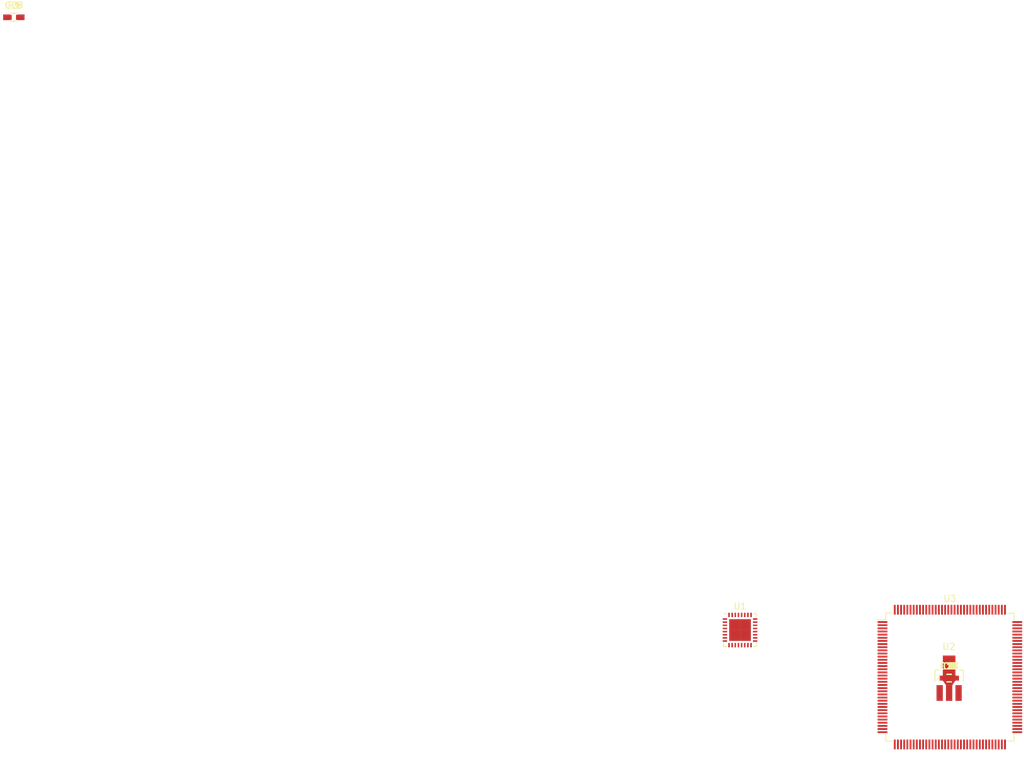
<source format=kicad_pcb>
(kicad_pcb (version 4) (host pcbnew 4.0.2-stable)

  (general
    (links 86)
    (no_connects 41)
    (area 0 0 0 0)
    (thickness 1.6)
    (drawings 0)
    (tracks 0)
    (zones 0)
    (modules 33)
    (nets 156)
  )

  (page A4)
  (layers
    (0 F.Cu signal)
    (31 B.Cu signal)
    (32 B.Adhes user)
    (33 F.Adhes user)
    (34 B.Paste user)
    (35 F.Paste user)
    (36 B.SilkS user)
    (37 F.SilkS user)
    (38 B.Mask user)
    (39 F.Mask user)
    (40 Dwgs.User user)
    (41 Cmts.User user)
    (42 Eco1.User user)
    (43 Eco2.User user)
    (44 Edge.Cuts user)
    (45 Margin user)
    (46 B.CrtYd user)
    (47 F.CrtYd user)
    (48 B.Fab user)
    (49 F.Fab user)
  )

  (setup
    (last_trace_width 0.25)
    (trace_clearance 0.2)
    (zone_clearance 0.508)
    (zone_45_only no)
    (trace_min 0.2)
    (segment_width 0.2)
    (edge_width 0.1)
    (via_size 0.6)
    (via_drill 0.4)
    (via_min_size 0.4)
    (via_min_drill 0.3)
    (uvia_size 0.3)
    (uvia_drill 0.1)
    (uvias_allowed no)
    (uvia_min_size 0.2)
    (uvia_min_drill 0.1)
    (pcb_text_width 0.3)
    (pcb_text_size 1.5 1.5)
    (mod_edge_width 0.15)
    (mod_text_size 1 1)
    (mod_text_width 0.15)
    (pad_size 1.5 1.5)
    (pad_drill 0.6)
    (pad_to_mask_clearance 0)
    (aux_axis_origin 0 0)
    (visible_elements FFFFFF7F)
    (pcbplotparams
      (layerselection 0x00030_80000001)
      (usegerberextensions false)
      (excludeedgelayer true)
      (linewidth 0.100000)
      (plotframeref false)
      (viasonmask false)
      (mode 1)
      (useauxorigin false)
      (hpglpennumber 1)
      (hpglpenspeed 20)
      (hpglpendiameter 15)
      (hpglpenoverlay 2)
      (psnegative false)
      (psa4output false)
      (plotreference true)
      (plotvalue true)
      (plotinvisibletext false)
      (padsonsilk false)
      (subtractmaskfromsilk false)
      (outputformat 1)
      (mirror false)
      (drillshape 1)
      (scaleselection 1)
      (outputdirectory ""))
  )

  (net 0 "")
  (net 1 VDD)
  (net 2 GND)
  (net 3 /Codec/HPR)
  (net 4 "Net-(C7-Pad2)")
  (net 5 /Codec/HPL)
  (net 6 "Net-(C8-Pad2)")
  (net 7 VCC)
  (net 8 VAA)
  (net 9 GNDA)
  (net 10 "Net-(C26-Pad1)")
  (net 11 "Net-(C27-Pad1)")
  (net 12 /Codec/MCLK)
  (net 13 /Codec/BCLK)
  (net 14 /Codec/WCLK)
  (net 15 /Codec/DIN)
  (net 16 /Codec/DOUT)
  (net 17 "Net-(U1-Pad6)")
  (net 18 "Net-(U1-Pad7)")
  (net 19 "Net-(U1-Pad8)")
  (net 20 /Codec/SCL)
  (net 21 /Codec/SDA)
  (net 22 "Net-(U1-Pad11)")
  (net 23 "Net-(U1-Pad12)")
  (net 24 "Net-(U1-Pad13)")
  (net 25 "Net-(U1-Pad14)")
  (net 26 "Net-(U1-Pad15)")
  (net 27 "Net-(U1-Pad16)")
  (net 28 "Net-(U1-Pad17)")
  (net 29 "Net-(U1-Pad19)")
  (net 30 "Net-(U1-Pad20)")
  (net 31 "Net-(U1-Pad21)")
  (net 32 "Net-(U1-Pad22)")
  (net 33 "Net-(U1-Pad23)")
  (net 34 "Net-(U1-Pad26)")
  (net 35 "Net-(U1-Pad28)")
  (net 36 /Codec/~CODEC_RESET)
  (net 37 "Net-(U1-Pad32)")
  (net 38 "Net-(U3-Pad7)")
  (net 39 "Net-(U3-Pad8)")
  (net 40 "Net-(U3-Pad9)")
  (net 41 "Net-(U3-Pad18)")
  (net 42 "Net-(U3-Pad19)")
  (net 43 "Net-(U3-Pad20)")
  (net 44 "Net-(U3-Pad21)")
  (net 45 "Net-(U3-Pad22)")
  (net 46 "Net-(U3-Pad27)")
  (net 47 "Net-(U3-Pad34)")
  (net 48 "Net-(U3-Pad35)")
  (net 49 "Net-(U3-Pad36)")
  (net 50 "Net-(U3-Pad37)")
  (net 51 "Net-(U3-Pad42)")
  (net 52 "Net-(U3-Pad44)")
  (net 53 "Net-(U3-Pad45)")
  (net 54 /ProcessingUnit/SDIO_D1)
  (net 55 /ProcessingUnit/SDIO_D2)
  (net 56 /ProcessingUnit/SDIO_CK)
  (net 57 "Net-(U3-Pad69)")
  (net 58 "Net-(U3-Pad70)")
  (net 59 "Net-(U3-Pad73)")
  (net 60 "Net-(U3-Pad74)")
  (net 61 "Net-(U3-Pad75)")
  (net 62 "Net-(U3-Pad76)")
  (net 63 "Net-(U3-Pad80)")
  (net 64 "Net-(U3-Pad81)")
  (net 65 "Net-(U3-Pad82)")
  (net 66 "Net-(U3-Pad87)")
  (net 67 "Net-(U3-Pad88)")
  (net 68 "Net-(U3-Pad90)")
  (net 69 "Net-(U3-Pad91)")
  (net 70 "Net-(U3-Pad92)")
  (net 71 "Net-(U3-Pad96)")
  (net 72 "Net-(U3-Pad97)")
  (net 73 "Net-(U3-Pad99)")
  (net 74 "Net-(U3-Pad100)")
  (net 75 "Net-(U3-Pad101)")
  (net 76 "Net-(U3-Pad102)")
  (net 77 /ProcessingUnit/USB_N)
  (net 78 /ProcessingUnit/USB_P)
  (net 79 "Net-(U3-Pad110)")
  (net 80 "Net-(U3-Pad111)")
  (net 81 "Net-(U3-Pad113)")
  (net 82 "Net-(U3-Pad117)")
  (net 83 "Net-(U3-Pad118)")
  (net 84 "Net-(U3-Pad119)")
  (net 85 "Net-(U3-Pad122)")
  (net 86 "Net-(U3-Pad123)")
  (net 87 "Net-(U3-Pad124)")
  (net 88 "Net-(U3-Pad125)")
  (net 89 "Net-(U3-Pad126)")
  (net 90 /ProcessingUnit/FMC_D13)
  (net 91 /ProcessingUnit/FMC_D14)
  (net 92 /ProcessingUnit/FMC_D15)
  (net 93 "Net-(U3-Pad133)")
  (net 94 "Net-(U3-Pad134)")
  (net 95 "Net-(U3-Pad135)")
  (net 96 "Net-(U3-Pad136)")
  (net 97 "Net-(U3-Pad137)")
  (net 98 "Net-(U3-Pad138)")
  (net 99 "Net-(U3-Pad139)")
  (net 100 "Net-(U3-Pad140)")
  (net 101 "Net-(U3-Pad141)")
  (net 102 "Net-(U3-Pad142)")
  (net 103 "Net-(C28-Pad1)")
  (net 104 "Net-(C29-Pad1)")
  (net 105 "Net-(R1-Pad1)")
  (net 106 "Net-(R1-Pad2)")
  (net 107 /ProcessingUnit/SAI1_MCLK_A)
  (net 108 /ProcessingUnit/SAI1_SD_B)
  (net 109 /ProcessingUnit/SAI1_FS_A)
  (net 110 /ProcessingUnit/SAI1_SCK_A)
  (net 111 /ProcessingUnit/SAI1_SD_A)
  (net 112 /ProcessingUnit/FMC_A0)
  (net 113 /ProcessingUnit/FMC_A1)
  (net 114 /ProcessingUnit/FMC_A2)
  (net 115 /ProcessingUnit/FMC_A3)
  (net 116 /ProcessingUnit/FMC_A4)
  (net 117 /ProcessingUnit/FMC_A5)
  (net 118 /ProcessingUnit/~NRST)
  (net 119 /ProcessingUnit/~FMC_SDNWE)
  (net 120 /ProcessingUnit/~FMC_SDNE0)
  (net 121 /ProcessingUnit/FMC_SDCKE0)
  (net 122 "Net-(U3-Pad40)")
  (net 123 "Net-(U3-Pad41)")
  (net 124 "Net-(U3-Pad43)")
  (net 125 /ProcessingUnit/~FMC_SDNRAS)
  (net 126 /ProcessingUnit/FMC_A6)
  (net 127 /ProcessingUnit/FMC_A7)
  (net 128 /ProcessingUnit/FMC_A8)
  (net 129 /ProcessingUnit/FMC_A9)
  (net 130 /ProcessingUnit/FMC_A10)
  (net 131 /ProcessingUnit/FMC_A11)
  (net 132 /ProcessingUnit/FMC_D4)
  (net 133 /ProcessingUnit/FMC_D5)
  (net 134 /ProcessingUnit/FMC_D6)
  (net 135 /ProcessingUnit/FMC_D7)
  (net 136 /ProcessingUnit/FMC_D8)
  (net 137 /ProcessingUnit/FMC_D9)
  (net 138 /ProcessingUnit/FMC_D10)
  (net 139 /ProcessingUnit/FMC_D11)
  (net 140 /ProcessingUnit/FMC_D12)
  (net 141 /ProcessingUnit/FMC_D0)
  (net 142 /ProcessingUnit/FMC_D1)
  (net 143 /ProcessingUnit/FMC_BA0)
  (net 144 /ProcessingUnit/FMC_SDCLK)
  (net 145 /ProcessingUnit/SDIO_D0)
  (net 146 /ProcessingUnit/SWDIO)
  (net 147 /ProcessingUnit/SWCLK)
  (net 148 /ProcessingUnit/SDIO_D3)
  (net 149 /ProcessingUnit/FMC_D2)
  (net 150 /ProcessingUnit/FMC_D3)
  (net 151 /ProcessingUnit/SDIO_CMD)
  (net 152 "Net-(U3-Pad127)")
  (net 153 "Net-(U3-Pad128)")
  (net 154 "Net-(U3-Pad129)")
  (net 155 /ProcessingUnit/~FMC_SDNCAS)

  (net_class Default "Esta é a classe de net default."
    (clearance 0.2)
    (trace_width 0.25)
    (via_dia 0.6)
    (via_drill 0.4)
    (uvia_dia 0.3)
    (uvia_drill 0.1)
    (add_net /Codec/BCLK)
    (add_net /Codec/DIN)
    (add_net /Codec/DOUT)
    (add_net /Codec/HPL)
    (add_net /Codec/HPR)
    (add_net /Codec/MCLK)
    (add_net /Codec/SCL)
    (add_net /Codec/SDA)
    (add_net /Codec/WCLK)
    (add_net /Codec/~CODEC_RESET)
    (add_net /ProcessingUnit/FMC_A0)
    (add_net /ProcessingUnit/FMC_A1)
    (add_net /ProcessingUnit/FMC_A10)
    (add_net /ProcessingUnit/FMC_A11)
    (add_net /ProcessingUnit/FMC_A2)
    (add_net /ProcessingUnit/FMC_A3)
    (add_net /ProcessingUnit/FMC_A4)
    (add_net /ProcessingUnit/FMC_A5)
    (add_net /ProcessingUnit/FMC_A6)
    (add_net /ProcessingUnit/FMC_A7)
    (add_net /ProcessingUnit/FMC_A8)
    (add_net /ProcessingUnit/FMC_A9)
    (add_net /ProcessingUnit/FMC_BA0)
    (add_net /ProcessingUnit/FMC_D0)
    (add_net /ProcessingUnit/FMC_D1)
    (add_net /ProcessingUnit/FMC_D10)
    (add_net /ProcessingUnit/FMC_D11)
    (add_net /ProcessingUnit/FMC_D12)
    (add_net /ProcessingUnit/FMC_D13)
    (add_net /ProcessingUnit/FMC_D14)
    (add_net /ProcessingUnit/FMC_D15)
    (add_net /ProcessingUnit/FMC_D2)
    (add_net /ProcessingUnit/FMC_D3)
    (add_net /ProcessingUnit/FMC_D4)
    (add_net /ProcessingUnit/FMC_D5)
    (add_net /ProcessingUnit/FMC_D6)
    (add_net /ProcessingUnit/FMC_D7)
    (add_net /ProcessingUnit/FMC_D8)
    (add_net /ProcessingUnit/FMC_D9)
    (add_net /ProcessingUnit/FMC_SDCKE0)
    (add_net /ProcessingUnit/FMC_SDCLK)
    (add_net /ProcessingUnit/SAI1_FS_A)
    (add_net /ProcessingUnit/SAI1_MCLK_A)
    (add_net /ProcessingUnit/SAI1_SCK_A)
    (add_net /ProcessingUnit/SAI1_SD_A)
    (add_net /ProcessingUnit/SAI1_SD_B)
    (add_net /ProcessingUnit/SDIO_CK)
    (add_net /ProcessingUnit/SDIO_CMD)
    (add_net /ProcessingUnit/SDIO_D0)
    (add_net /ProcessingUnit/SDIO_D1)
    (add_net /ProcessingUnit/SDIO_D2)
    (add_net /ProcessingUnit/SDIO_D3)
    (add_net /ProcessingUnit/SWCLK)
    (add_net /ProcessingUnit/SWDIO)
    (add_net /ProcessingUnit/USB_N)
    (add_net /ProcessingUnit/USB_P)
    (add_net /ProcessingUnit/~FMC_SDNCAS)
    (add_net /ProcessingUnit/~FMC_SDNE0)
    (add_net /ProcessingUnit/~FMC_SDNRAS)
    (add_net /ProcessingUnit/~FMC_SDNWE)
    (add_net /ProcessingUnit/~NRST)
    (add_net GND)
    (add_net GNDA)
    (add_net "Net-(C26-Pad1)")
    (add_net "Net-(C27-Pad1)")
    (add_net "Net-(C28-Pad1)")
    (add_net "Net-(C29-Pad1)")
    (add_net "Net-(C7-Pad2)")
    (add_net "Net-(C8-Pad2)")
    (add_net "Net-(R1-Pad1)")
    (add_net "Net-(R1-Pad2)")
    (add_net "Net-(U1-Pad11)")
    (add_net "Net-(U1-Pad12)")
    (add_net "Net-(U1-Pad13)")
    (add_net "Net-(U1-Pad14)")
    (add_net "Net-(U1-Pad15)")
    (add_net "Net-(U1-Pad16)")
    (add_net "Net-(U1-Pad17)")
    (add_net "Net-(U1-Pad19)")
    (add_net "Net-(U1-Pad20)")
    (add_net "Net-(U1-Pad21)")
    (add_net "Net-(U1-Pad22)")
    (add_net "Net-(U1-Pad23)")
    (add_net "Net-(U1-Pad26)")
    (add_net "Net-(U1-Pad28)")
    (add_net "Net-(U1-Pad32)")
    (add_net "Net-(U1-Pad6)")
    (add_net "Net-(U1-Pad7)")
    (add_net "Net-(U1-Pad8)")
    (add_net "Net-(U3-Pad100)")
    (add_net "Net-(U3-Pad101)")
    (add_net "Net-(U3-Pad102)")
    (add_net "Net-(U3-Pad110)")
    (add_net "Net-(U3-Pad111)")
    (add_net "Net-(U3-Pad113)")
    (add_net "Net-(U3-Pad117)")
    (add_net "Net-(U3-Pad118)")
    (add_net "Net-(U3-Pad119)")
    (add_net "Net-(U3-Pad122)")
    (add_net "Net-(U3-Pad123)")
    (add_net "Net-(U3-Pad124)")
    (add_net "Net-(U3-Pad125)")
    (add_net "Net-(U3-Pad126)")
    (add_net "Net-(U3-Pad127)")
    (add_net "Net-(U3-Pad128)")
    (add_net "Net-(U3-Pad129)")
    (add_net "Net-(U3-Pad133)")
    (add_net "Net-(U3-Pad134)")
    (add_net "Net-(U3-Pad135)")
    (add_net "Net-(U3-Pad136)")
    (add_net "Net-(U3-Pad137)")
    (add_net "Net-(U3-Pad138)")
    (add_net "Net-(U3-Pad139)")
    (add_net "Net-(U3-Pad140)")
    (add_net "Net-(U3-Pad141)")
    (add_net "Net-(U3-Pad142)")
    (add_net "Net-(U3-Pad18)")
    (add_net "Net-(U3-Pad19)")
    (add_net "Net-(U3-Pad20)")
    (add_net "Net-(U3-Pad21)")
    (add_net "Net-(U3-Pad22)")
    (add_net "Net-(U3-Pad27)")
    (add_net "Net-(U3-Pad34)")
    (add_net "Net-(U3-Pad35)")
    (add_net "Net-(U3-Pad36)")
    (add_net "Net-(U3-Pad37)")
    (add_net "Net-(U3-Pad40)")
    (add_net "Net-(U3-Pad41)")
    (add_net "Net-(U3-Pad42)")
    (add_net "Net-(U3-Pad43)")
    (add_net "Net-(U3-Pad44)")
    (add_net "Net-(U3-Pad45)")
    (add_net "Net-(U3-Pad69)")
    (add_net "Net-(U3-Pad7)")
    (add_net "Net-(U3-Pad70)")
    (add_net "Net-(U3-Pad73)")
    (add_net "Net-(U3-Pad74)")
    (add_net "Net-(U3-Pad75)")
    (add_net "Net-(U3-Pad76)")
    (add_net "Net-(U3-Pad8)")
    (add_net "Net-(U3-Pad80)")
    (add_net "Net-(U3-Pad81)")
    (add_net "Net-(U3-Pad82)")
    (add_net "Net-(U3-Pad87)")
    (add_net "Net-(U3-Pad88)")
    (add_net "Net-(U3-Pad9)")
    (add_net "Net-(U3-Pad90)")
    (add_net "Net-(U3-Pad91)")
    (add_net "Net-(U3-Pad92)")
    (add_net "Net-(U3-Pad96)")
    (add_net "Net-(U3-Pad97)")
    (add_net "Net-(U3-Pad99)")
    (add_net VAA)
    (add_net VCC)
    (add_net VDD)
  )

  (module Capacitors_SMD:C_0603 (layer F.Cu) (tedit 5415D631) (tstamp 56F7E3FA)
    (at 148.5011 105.0036)
    (descr "Capacitor SMD 0603, reflow soldering, AVX (see smccp.pdf)")
    (tags "capacitor 0603")
    (path /55AF6B4A/56E6A50A)
    (attr smd)
    (fp_text reference C1 (at 0 -1.9) (layer F.SilkS)
      (effects (font (size 1 1) (thickness 0.15)))
    )
    (fp_text value 10uF (at 0 1.9) (layer F.Fab)
      (effects (font (size 1 1) (thickness 0.15)))
    )
    (fp_line (start -1.45 -0.75) (end 1.45 -0.75) (layer F.CrtYd) (width 0.05))
    (fp_line (start -1.45 0.75) (end 1.45 0.75) (layer F.CrtYd) (width 0.05))
    (fp_line (start -1.45 -0.75) (end -1.45 0.75) (layer F.CrtYd) (width 0.05))
    (fp_line (start 1.45 -0.75) (end 1.45 0.75) (layer F.CrtYd) (width 0.05))
    (fp_line (start -0.35 -0.6) (end 0.35 -0.6) (layer F.SilkS) (width 0.15))
    (fp_line (start 0.35 0.6) (end -0.35 0.6) (layer F.SilkS) (width 0.15))
    (pad 1 smd rect (at -0.75 0) (size 0.8 0.75) (layers F.Cu F.Paste F.Mask)
      (net 1 VDD))
    (pad 2 smd rect (at 0.75 0) (size 0.8 0.75) (layers F.Cu F.Paste F.Mask)
      (net 2 GND))
    (model Capacitors_SMD.3dshapes/C_0603.wrl
      (at (xyz 0 0 0))
      (scale (xyz 1 1 1))
      (rotate (xyz 0 0 0))
    )
  )

  (module Capacitors_SMD:C_0603 (layer F.Cu) (tedit 5415D631) (tstamp 56F7E400)
    (at 148.5011 105.0036)
    (descr "Capacitor SMD 0603, reflow soldering, AVX (see smccp.pdf)")
    (tags "capacitor 0603")
    (path /55AF6B4A/56E6A5C0)
    (attr smd)
    (fp_text reference C2 (at 0 -1.9) (layer F.SilkS)
      (effects (font (size 1 1) (thickness 0.15)))
    )
    (fp_text value 10uF (at 0 1.9) (layer F.Fab)
      (effects (font (size 1 1) (thickness 0.15)))
    )
    (fp_line (start -1.45 -0.75) (end 1.45 -0.75) (layer F.CrtYd) (width 0.05))
    (fp_line (start -1.45 0.75) (end 1.45 0.75) (layer F.CrtYd) (width 0.05))
    (fp_line (start -1.45 -0.75) (end -1.45 0.75) (layer F.CrtYd) (width 0.05))
    (fp_line (start 1.45 -0.75) (end 1.45 0.75) (layer F.CrtYd) (width 0.05))
    (fp_line (start -0.35 -0.6) (end 0.35 -0.6) (layer F.SilkS) (width 0.15))
    (fp_line (start 0.35 0.6) (end -0.35 0.6) (layer F.SilkS) (width 0.15))
    (pad 1 smd rect (at -0.75 0) (size 0.8 0.75) (layers F.Cu F.Paste F.Mask)
      (net 1 VDD))
    (pad 2 smd rect (at 0.75 0) (size 0.8 0.75) (layers F.Cu F.Paste F.Mask)
      (net 2 GND))
    (model Capacitors_SMD.3dshapes/C_0603.wrl
      (at (xyz 0 0 0))
      (scale (xyz 1 1 1))
      (rotate (xyz 0 0 0))
    )
  )

  (module Capacitors_SMD:C_0603 (layer F.Cu) (tedit 5415D631) (tstamp 56F7E406)
    (at 148.5011 105.0036)
    (descr "Capacitor SMD 0603, reflow soldering, AVX (see smccp.pdf)")
    (tags "capacitor 0603")
    (path /55AF6B4A/56E6A5F7)
    (attr smd)
    (fp_text reference C3 (at 0 -1.9) (layer F.SilkS)
      (effects (font (size 1 1) (thickness 0.15)))
    )
    (fp_text value 10uF (at 0 1.9) (layer F.Fab)
      (effects (font (size 1 1) (thickness 0.15)))
    )
    (fp_line (start -1.45 -0.75) (end 1.45 -0.75) (layer F.CrtYd) (width 0.05))
    (fp_line (start -1.45 0.75) (end 1.45 0.75) (layer F.CrtYd) (width 0.05))
    (fp_line (start -1.45 -0.75) (end -1.45 0.75) (layer F.CrtYd) (width 0.05))
    (fp_line (start 1.45 -0.75) (end 1.45 0.75) (layer F.CrtYd) (width 0.05))
    (fp_line (start -0.35 -0.6) (end 0.35 -0.6) (layer F.SilkS) (width 0.15))
    (fp_line (start 0.35 0.6) (end -0.35 0.6) (layer F.SilkS) (width 0.15))
    (pad 1 smd rect (at -0.75 0) (size 0.8 0.75) (layers F.Cu F.Paste F.Mask)
      (net 1 VDD))
    (pad 2 smd rect (at 0.75 0) (size 0.8 0.75) (layers F.Cu F.Paste F.Mask)
      (net 2 GND))
    (model Capacitors_SMD.3dshapes/C_0603.wrl
      (at (xyz 0 0 0))
      (scale (xyz 1 1 1))
      (rotate (xyz 0 0 0))
    )
  )

  (module Capacitors_SMD:C_0603 (layer F.Cu) (tedit 5415D631) (tstamp 56F7E40C)
    (at 148.5011 105.0036)
    (descr "Capacitor SMD 0603, reflow soldering, AVX (see smccp.pdf)")
    (tags "capacitor 0603")
    (path /55AF6B4A/56E6A5FD)
    (attr smd)
    (fp_text reference C4 (at 0 -1.9) (layer F.SilkS)
      (effects (font (size 1 1) (thickness 0.15)))
    )
    (fp_text value 10uF (at 0 1.9) (layer F.Fab)
      (effects (font (size 1 1) (thickness 0.15)))
    )
    (fp_line (start -1.45 -0.75) (end 1.45 -0.75) (layer F.CrtYd) (width 0.05))
    (fp_line (start -1.45 0.75) (end 1.45 0.75) (layer F.CrtYd) (width 0.05))
    (fp_line (start -1.45 -0.75) (end -1.45 0.75) (layer F.CrtYd) (width 0.05))
    (fp_line (start 1.45 -0.75) (end 1.45 0.75) (layer F.CrtYd) (width 0.05))
    (fp_line (start -0.35 -0.6) (end 0.35 -0.6) (layer F.SilkS) (width 0.15))
    (fp_line (start 0.35 0.6) (end -0.35 0.6) (layer F.SilkS) (width 0.15))
    (pad 1 smd rect (at -0.75 0) (size 0.8 0.75) (layers F.Cu F.Paste F.Mask)
      (net 1 VDD))
    (pad 2 smd rect (at 0.75 0) (size 0.8 0.75) (layers F.Cu F.Paste F.Mask)
      (net 2 GND))
    (model Capacitors_SMD.3dshapes/C_0603.wrl
      (at (xyz 0 0 0))
      (scale (xyz 1 1 1))
      (rotate (xyz 0 0 0))
    )
  )

  (module Capacitors_SMD:C_0603 (layer F.Cu) (tedit 5415D631) (tstamp 56F7E412)
    (at 148.5011 105.0036)
    (descr "Capacitor SMD 0603, reflow soldering, AVX (see smccp.pdf)")
    (tags "capacitor 0603")
    (path /55AF6B4A/56E6A718)
    (attr smd)
    (fp_text reference C5 (at 0 -1.9) (layer F.SilkS)
      (effects (font (size 1 1) (thickness 0.15)))
    )
    (fp_text value 10uF (at 0 1.9) (layer F.Fab)
      (effects (font (size 1 1) (thickness 0.15)))
    )
    (fp_line (start -1.45 -0.75) (end 1.45 -0.75) (layer F.CrtYd) (width 0.05))
    (fp_line (start -1.45 0.75) (end 1.45 0.75) (layer F.CrtYd) (width 0.05))
    (fp_line (start -1.45 -0.75) (end -1.45 0.75) (layer F.CrtYd) (width 0.05))
    (fp_line (start 1.45 -0.75) (end 1.45 0.75) (layer F.CrtYd) (width 0.05))
    (fp_line (start -0.35 -0.6) (end 0.35 -0.6) (layer F.SilkS) (width 0.15))
    (fp_line (start 0.35 0.6) (end -0.35 0.6) (layer F.SilkS) (width 0.15))
    (pad 1 smd rect (at -0.75 0) (size 0.8 0.75) (layers F.Cu F.Paste F.Mask)
      (net 1 VDD))
    (pad 2 smd rect (at 0.75 0) (size 0.8 0.75) (layers F.Cu F.Paste F.Mask)
      (net 2 GND))
    (model Capacitors_SMD.3dshapes/C_0603.wrl
      (at (xyz 0 0 0))
      (scale (xyz 1 1 1))
      (rotate (xyz 0 0 0))
    )
  )

  (module Capacitors_SMD:C_0603 (layer F.Cu) (tedit 5415D631) (tstamp 56F7E418)
    (at 148.5011 105.0036)
    (descr "Capacitor SMD 0603, reflow soldering, AVX (see smccp.pdf)")
    (tags "capacitor 0603")
    (path /55AF6B4A/56E6A71E)
    (attr smd)
    (fp_text reference C6 (at 0 -1.9) (layer F.SilkS)
      (effects (font (size 1 1) (thickness 0.15)))
    )
    (fp_text value 10uF (at 0 1.9) (layer F.Fab)
      (effects (font (size 1 1) (thickness 0.15)))
    )
    (fp_line (start -1.45 -0.75) (end 1.45 -0.75) (layer F.CrtYd) (width 0.05))
    (fp_line (start -1.45 0.75) (end 1.45 0.75) (layer F.CrtYd) (width 0.05))
    (fp_line (start -1.45 -0.75) (end -1.45 0.75) (layer F.CrtYd) (width 0.05))
    (fp_line (start 1.45 -0.75) (end 1.45 0.75) (layer F.CrtYd) (width 0.05))
    (fp_line (start -0.35 -0.6) (end 0.35 -0.6) (layer F.SilkS) (width 0.15))
    (fp_line (start 0.35 0.6) (end -0.35 0.6) (layer F.SilkS) (width 0.15))
    (pad 1 smd rect (at -0.75 0) (size 0.8 0.75) (layers F.Cu F.Paste F.Mask)
      (net 1 VDD))
    (pad 2 smd rect (at 0.75 0) (size 0.8 0.75) (layers F.Cu F.Paste F.Mask)
      (net 2 GND))
    (model Capacitors_SMD.3dshapes/C_0603.wrl
      (at (xyz 0 0 0))
      (scale (xyz 1 1 1))
      (rotate (xyz 0 0 0))
    )
  )

  (module Capacitors_SMD:C_0603 (layer F.Cu) (tedit 5415D631) (tstamp 56F7E41E)
    (at 148.5011 105.0036)
    (descr "Capacitor SMD 0603, reflow soldering, AVX (see smccp.pdf)")
    (tags "capacitor 0603")
    (path /55AF6B4A/56E6A386)
    (attr smd)
    (fp_text reference C7 (at 0 -1.9) (layer F.SilkS)
      (effects (font (size 1 1) (thickness 0.15)))
    )
    (fp_text value 47uF (at 0 1.9) (layer F.Fab)
      (effects (font (size 1 1) (thickness 0.15)))
    )
    (fp_line (start -1.45 -0.75) (end 1.45 -0.75) (layer F.CrtYd) (width 0.05))
    (fp_line (start -1.45 0.75) (end 1.45 0.75) (layer F.CrtYd) (width 0.05))
    (fp_line (start -1.45 -0.75) (end -1.45 0.75) (layer F.CrtYd) (width 0.05))
    (fp_line (start 1.45 -0.75) (end 1.45 0.75) (layer F.CrtYd) (width 0.05))
    (fp_line (start -0.35 -0.6) (end 0.35 -0.6) (layer F.SilkS) (width 0.15))
    (fp_line (start 0.35 0.6) (end -0.35 0.6) (layer F.SilkS) (width 0.15))
    (pad 1 smd rect (at -0.75 0) (size 0.8 0.75) (layers F.Cu F.Paste F.Mask)
      (net 3 /Codec/HPR))
    (pad 2 smd rect (at 0.75 0) (size 0.8 0.75) (layers F.Cu F.Paste F.Mask)
      (net 4 "Net-(C7-Pad2)"))
    (model Capacitors_SMD.3dshapes/C_0603.wrl
      (at (xyz 0 0 0))
      (scale (xyz 1 1 1))
      (rotate (xyz 0 0 0))
    )
  )

  (module Capacitors_SMD:C_0603 (layer F.Cu) (tedit 5415D631) (tstamp 56F7E424)
    (at 148.5011 105.0036)
    (descr "Capacitor SMD 0603, reflow soldering, AVX (see smccp.pdf)")
    (tags "capacitor 0603")
    (path /55AF6B4A/56E6A434)
    (attr smd)
    (fp_text reference C8 (at 0 -1.9) (layer F.SilkS)
      (effects (font (size 1 1) (thickness 0.15)))
    )
    (fp_text value 47uF (at 0 1.9) (layer F.Fab)
      (effects (font (size 1 1) (thickness 0.15)))
    )
    (fp_line (start -1.45 -0.75) (end 1.45 -0.75) (layer F.CrtYd) (width 0.05))
    (fp_line (start -1.45 0.75) (end 1.45 0.75) (layer F.CrtYd) (width 0.05))
    (fp_line (start -1.45 -0.75) (end -1.45 0.75) (layer F.CrtYd) (width 0.05))
    (fp_line (start 1.45 -0.75) (end 1.45 0.75) (layer F.CrtYd) (width 0.05))
    (fp_line (start -0.35 -0.6) (end 0.35 -0.6) (layer F.SilkS) (width 0.15))
    (fp_line (start 0.35 0.6) (end -0.35 0.6) (layer F.SilkS) (width 0.15))
    (pad 1 smd rect (at -0.75 0) (size 0.8 0.75) (layers F.Cu F.Paste F.Mask)
      (net 5 /Codec/HPL))
    (pad 2 smd rect (at 0.75 0) (size 0.8 0.75) (layers F.Cu F.Paste F.Mask)
      (net 6 "Net-(C8-Pad2)"))
    (model Capacitors_SMD.3dshapes/C_0603.wrl
      (at (xyz 0 0 0))
      (scale (xyz 1 1 1))
      (rotate (xyz 0 0 0))
    )
  )

  (module Capacitors_SMD:C_0603 (layer F.Cu) (tedit 5415D631) (tstamp 56F7E42A)
    (at 148.5011 105.0036)
    (descr "Capacitor SMD 0603, reflow soldering, AVX (see smccp.pdf)")
    (tags "capacitor 0603")
    (path /55AF6C04/56F5D1A0)
    (attr smd)
    (fp_text reference C9 (at 0 -1.9) (layer F.SilkS)
      (effects (font (size 1 1) (thickness 0.15)))
    )
    (fp_text value 10uF (at 0 1.9) (layer F.Fab)
      (effects (font (size 1 1) (thickness 0.15)))
    )
    (fp_line (start -1.45 -0.75) (end 1.45 -0.75) (layer F.CrtYd) (width 0.05))
    (fp_line (start -1.45 0.75) (end 1.45 0.75) (layer F.CrtYd) (width 0.05))
    (fp_line (start -1.45 -0.75) (end -1.45 0.75) (layer F.CrtYd) (width 0.05))
    (fp_line (start 1.45 -0.75) (end 1.45 0.75) (layer F.CrtYd) (width 0.05))
    (fp_line (start -0.35 -0.6) (end 0.35 -0.6) (layer F.SilkS) (width 0.15))
    (fp_line (start 0.35 0.6) (end -0.35 0.6) (layer F.SilkS) (width 0.15))
    (pad 1 smd rect (at -0.75 0) (size 0.8 0.75) (layers F.Cu F.Paste F.Mask)
      (net 1 VDD))
    (pad 2 smd rect (at 0.75 0) (size 0.8 0.75) (layers F.Cu F.Paste F.Mask)
      (net 2 GND))
    (model Capacitors_SMD.3dshapes/C_0603.wrl
      (at (xyz 0 0 0))
      (scale (xyz 1 1 1))
      (rotate (xyz 0 0 0))
    )
  )

  (module Capacitors_SMD:C_0603_HandSoldering (layer F.Cu) (tedit 541A9B4D) (tstamp 56F7E430)
    (at 148.5011 105.0036)
    (descr "Capacitor SMD 0603, hand soldering")
    (tags "capacitor 0603")
    (path /55AF6B8E/5572245F)
    (attr smd)
    (fp_text reference C10 (at 0 -1.9) (layer F.SilkS)
      (effects (font (size 1 1) (thickness 0.15)))
    )
    (fp_text value 100n (at 0 1.9) (layer F.Fab)
      (effects (font (size 1 1) (thickness 0.15)))
    )
    (fp_line (start -1.85 -0.75) (end 1.85 -0.75) (layer F.CrtYd) (width 0.05))
    (fp_line (start -1.85 0.75) (end 1.85 0.75) (layer F.CrtYd) (width 0.05))
    (fp_line (start -1.85 -0.75) (end -1.85 0.75) (layer F.CrtYd) (width 0.05))
    (fp_line (start 1.85 -0.75) (end 1.85 0.75) (layer F.CrtYd) (width 0.05))
    (fp_line (start -0.35 -0.6) (end 0.35 -0.6) (layer F.SilkS) (width 0.15))
    (fp_line (start 0.35 0.6) (end -0.35 0.6) (layer F.SilkS) (width 0.15))
    (pad 1 smd rect (at -0.95 0) (size 1.2 0.75) (layers F.Cu F.Paste F.Mask)
      (net 7 VCC))
    (pad 2 smd rect (at 0.95 0) (size 1.2 0.75) (layers F.Cu F.Paste F.Mask)
      (net 2 GND))
    (model Capacitors_SMD.3dshapes/C_0603_HandSoldering.wrl
      (at (xyz 0 0 0))
      (scale (xyz 1 1 1))
      (rotate (xyz 0 0 0))
    )
  )

  (module Capacitors_SMD:C_0603_HandSoldering (layer F.Cu) (tedit 541A9B4D) (tstamp 56F7E436)
    (at 148.5011 105.0036)
    (descr "Capacitor SMD 0603, hand soldering")
    (tags "capacitor 0603")
    (path /55AF6B8E/557225F2)
    (attr smd)
    (fp_text reference C11 (at 0 -1.9) (layer F.SilkS)
      (effects (font (size 1 1) (thickness 0.15)))
    )
    (fp_text value 10u (at 0 1.9) (layer F.Fab)
      (effects (font (size 1 1) (thickness 0.15)))
    )
    (fp_line (start -1.85 -0.75) (end 1.85 -0.75) (layer F.CrtYd) (width 0.05))
    (fp_line (start -1.85 0.75) (end 1.85 0.75) (layer F.CrtYd) (width 0.05))
    (fp_line (start -1.85 -0.75) (end -1.85 0.75) (layer F.CrtYd) (width 0.05))
    (fp_line (start 1.85 -0.75) (end 1.85 0.75) (layer F.CrtYd) (width 0.05))
    (fp_line (start -0.35 -0.6) (end 0.35 -0.6) (layer F.SilkS) (width 0.15))
    (fp_line (start 0.35 0.6) (end -0.35 0.6) (layer F.SilkS) (width 0.15))
    (pad 1 smd rect (at -0.95 0) (size 1.2 0.75) (layers F.Cu F.Paste F.Mask)
      (net 1 VDD))
    (pad 2 smd rect (at 0.95 0) (size 1.2 0.75) (layers F.Cu F.Paste F.Mask)
      (net 2 GND))
    (model Capacitors_SMD.3dshapes/C_0603_HandSoldering.wrl
      (at (xyz 0 0 0))
      (scale (xyz 1 1 1))
      (rotate (xyz 0 0 0))
    )
  )

  (module Capacitors_SMD:C_0603 (layer F.Cu) (tedit 5415D631) (tstamp 56F7E43C)
    (at 148.5011 105.0036)
    (descr "Capacitor SMD 0603, reflow soldering, AVX (see smccp.pdf)")
    (tags "capacitor 0603")
    (path /55AF6C04/55AF7E1D)
    (attr smd)
    (fp_text reference C12 (at 0 -1.9) (layer F.SilkS)
      (effects (font (size 1 1) (thickness 0.15)))
    )
    (fp_text value 10uF (at 0 1.9) (layer F.Fab)
      (effects (font (size 1 1) (thickness 0.15)))
    )
    (fp_line (start -1.45 -0.75) (end 1.45 -0.75) (layer F.CrtYd) (width 0.05))
    (fp_line (start -1.45 0.75) (end 1.45 0.75) (layer F.CrtYd) (width 0.05))
    (fp_line (start -1.45 -0.75) (end -1.45 0.75) (layer F.CrtYd) (width 0.05))
    (fp_line (start 1.45 -0.75) (end 1.45 0.75) (layer F.CrtYd) (width 0.05))
    (fp_line (start -0.35 -0.6) (end 0.35 -0.6) (layer F.SilkS) (width 0.15))
    (fp_line (start 0.35 0.6) (end -0.35 0.6) (layer F.SilkS) (width 0.15))
    (pad 1 smd rect (at -0.75 0) (size 0.8 0.75) (layers F.Cu F.Paste F.Mask)
      (net 1 VDD))
    (pad 2 smd rect (at 0.75 0) (size 0.8 0.75) (layers F.Cu F.Paste F.Mask)
      (net 2 GND))
    (model Capacitors_SMD.3dshapes/C_0603.wrl
      (at (xyz 0 0 0))
      (scale (xyz 1 1 1))
      (rotate (xyz 0 0 0))
    )
  )

  (module Capacitors_SMD:C_0603 (layer F.Cu) (tedit 5415D631) (tstamp 56F7E442)
    (at 148.5011 105.0036)
    (descr "Capacitor SMD 0603, reflow soldering, AVX (see smccp.pdf)")
    (tags "capacitor 0603")
    (path /55AF6C04/56F5D1A6)
    (attr smd)
    (fp_text reference C13 (at 0 -1.9) (layer F.SilkS)
      (effects (font (size 1 1) (thickness 0.15)))
    )
    (fp_text value 100nF (at 0 1.9) (layer F.Fab)
      (effects (font (size 1 1) (thickness 0.15)))
    )
    (fp_line (start -1.45 -0.75) (end 1.45 -0.75) (layer F.CrtYd) (width 0.05))
    (fp_line (start -1.45 0.75) (end 1.45 0.75) (layer F.CrtYd) (width 0.05))
    (fp_line (start -1.45 -0.75) (end -1.45 0.75) (layer F.CrtYd) (width 0.05))
    (fp_line (start 1.45 -0.75) (end 1.45 0.75) (layer F.CrtYd) (width 0.05))
    (fp_line (start -0.35 -0.6) (end 0.35 -0.6) (layer F.SilkS) (width 0.15))
    (fp_line (start 0.35 0.6) (end -0.35 0.6) (layer F.SilkS) (width 0.15))
    (pad 1 smd rect (at -0.75 0) (size 0.8 0.75) (layers F.Cu F.Paste F.Mask)
      (net 1 VDD))
    (pad 2 smd rect (at 0.75 0) (size 0.8 0.75) (layers F.Cu F.Paste F.Mask)
      (net 2 GND))
    (model Capacitors_SMD.3dshapes/C_0603.wrl
      (at (xyz 0 0 0))
      (scale (xyz 1 1 1))
      (rotate (xyz 0 0 0))
    )
  )

  (module Capacitors_SMD:C_0603 (layer F.Cu) (tedit 5415D631) (tstamp 56F7E448)
    (at 148.5011 105.0036)
    (descr "Capacitor SMD 0603, reflow soldering, AVX (see smccp.pdf)")
    (tags "capacitor 0603")
    (path /55AF6C04/55B0C89F)
    (attr smd)
    (fp_text reference C14 (at 0 -1.9) (layer F.SilkS)
      (effects (font (size 1 1) (thickness 0.15)))
    )
    (fp_text value 100nF (at 0 1.9) (layer F.Fab)
      (effects (font (size 1 1) (thickness 0.15)))
    )
    (fp_line (start -1.45 -0.75) (end 1.45 -0.75) (layer F.CrtYd) (width 0.05))
    (fp_line (start -1.45 0.75) (end 1.45 0.75) (layer F.CrtYd) (width 0.05))
    (fp_line (start -1.45 -0.75) (end -1.45 0.75) (layer F.CrtYd) (width 0.05))
    (fp_line (start 1.45 -0.75) (end 1.45 0.75) (layer F.CrtYd) (width 0.05))
    (fp_line (start -0.35 -0.6) (end 0.35 -0.6) (layer F.SilkS) (width 0.15))
    (fp_line (start 0.35 0.6) (end -0.35 0.6) (layer F.SilkS) (width 0.15))
    (pad 1 smd rect (at -0.75 0) (size 0.8 0.75) (layers F.Cu F.Paste F.Mask)
      (net 1 VDD))
    (pad 2 smd rect (at 0.75 0) (size 0.8 0.75) (layers F.Cu F.Paste F.Mask)
      (net 2 GND))
    (model Capacitors_SMD.3dshapes/C_0603.wrl
      (at (xyz 0 0 0))
      (scale (xyz 1 1 1))
      (rotate (xyz 0 0 0))
    )
  )

  (module Capacitors_SMD:C_0603 (layer F.Cu) (tedit 5415D631) (tstamp 56F7E44E)
    (at 148.5011 105.0036)
    (descr "Capacitor SMD 0603, reflow soldering, AVX (see smccp.pdf)")
    (tags "capacitor 0603")
    (path /55AF6C04/56F5D1AC)
    (attr smd)
    (fp_text reference C15 (at 0 -1.9) (layer F.SilkS)
      (effects (font (size 1 1) (thickness 0.15)))
    )
    (fp_text value 100nF (at 0 1.9) (layer F.Fab)
      (effects (font (size 1 1) (thickness 0.15)))
    )
    (fp_line (start -1.45 -0.75) (end 1.45 -0.75) (layer F.CrtYd) (width 0.05))
    (fp_line (start -1.45 0.75) (end 1.45 0.75) (layer F.CrtYd) (width 0.05))
    (fp_line (start -1.45 -0.75) (end -1.45 0.75) (layer F.CrtYd) (width 0.05))
    (fp_line (start 1.45 -0.75) (end 1.45 0.75) (layer F.CrtYd) (width 0.05))
    (fp_line (start -0.35 -0.6) (end 0.35 -0.6) (layer F.SilkS) (width 0.15))
    (fp_line (start 0.35 0.6) (end -0.35 0.6) (layer F.SilkS) (width 0.15))
    (pad 1 smd rect (at -0.75 0) (size 0.8 0.75) (layers F.Cu F.Paste F.Mask)
      (net 1 VDD))
    (pad 2 smd rect (at 0.75 0) (size 0.8 0.75) (layers F.Cu F.Paste F.Mask)
      (net 2 GND))
    (model Capacitors_SMD.3dshapes/C_0603.wrl
      (at (xyz 0 0 0))
      (scale (xyz 1 1 1))
      (rotate (xyz 0 0 0))
    )
  )

  (module Capacitors_SMD:C_0603 (layer F.Cu) (tedit 5415D631) (tstamp 56F7E454)
    (at 148.5011 105.0036)
    (descr "Capacitor SMD 0603, reflow soldering, AVX (see smccp.pdf)")
    (tags "capacitor 0603")
    (path /55AF6C04/55B0C8E0)
    (attr smd)
    (fp_text reference C16 (at 0 -1.9) (layer F.SilkS)
      (effects (font (size 1 1) (thickness 0.15)))
    )
    (fp_text value 100nF (at 0 1.9) (layer F.Fab)
      (effects (font (size 1 1) (thickness 0.15)))
    )
    (fp_line (start -1.45 -0.75) (end 1.45 -0.75) (layer F.CrtYd) (width 0.05))
    (fp_line (start -1.45 0.75) (end 1.45 0.75) (layer F.CrtYd) (width 0.05))
    (fp_line (start -1.45 -0.75) (end -1.45 0.75) (layer F.CrtYd) (width 0.05))
    (fp_line (start 1.45 -0.75) (end 1.45 0.75) (layer F.CrtYd) (width 0.05))
    (fp_line (start -0.35 -0.6) (end 0.35 -0.6) (layer F.SilkS) (width 0.15))
    (fp_line (start 0.35 0.6) (end -0.35 0.6) (layer F.SilkS) (width 0.15))
    (pad 1 smd rect (at -0.75 0) (size 0.8 0.75) (layers F.Cu F.Paste F.Mask)
      (net 1 VDD))
    (pad 2 smd rect (at 0.75 0) (size 0.8 0.75) (layers F.Cu F.Paste F.Mask)
      (net 2 GND))
    (model Capacitors_SMD.3dshapes/C_0603.wrl
      (at (xyz 0 0 0))
      (scale (xyz 1 1 1))
      (rotate (xyz 0 0 0))
    )
  )

  (module Capacitors_SMD:C_0603 (layer F.Cu) (tedit 5415D631) (tstamp 56F7E45A)
    (at 148.5011 105.0036)
    (descr "Capacitor SMD 0603, reflow soldering, AVX (see smccp.pdf)")
    (tags "capacitor 0603")
    (path /55AF6C04/56F5D1B2)
    (attr smd)
    (fp_text reference C17 (at 0 -1.9) (layer F.SilkS)
      (effects (font (size 1 1) (thickness 0.15)))
    )
    (fp_text value 100nF (at 0 1.9) (layer F.Fab)
      (effects (font (size 1 1) (thickness 0.15)))
    )
    (fp_line (start -1.45 -0.75) (end 1.45 -0.75) (layer F.CrtYd) (width 0.05))
    (fp_line (start -1.45 0.75) (end 1.45 0.75) (layer F.CrtYd) (width 0.05))
    (fp_line (start -1.45 -0.75) (end -1.45 0.75) (layer F.CrtYd) (width 0.05))
    (fp_line (start 1.45 -0.75) (end 1.45 0.75) (layer F.CrtYd) (width 0.05))
    (fp_line (start -0.35 -0.6) (end 0.35 -0.6) (layer F.SilkS) (width 0.15))
    (fp_line (start 0.35 0.6) (end -0.35 0.6) (layer F.SilkS) (width 0.15))
    (pad 1 smd rect (at -0.75 0) (size 0.8 0.75) (layers F.Cu F.Paste F.Mask)
      (net 1 VDD))
    (pad 2 smd rect (at 0.75 0) (size 0.8 0.75) (layers F.Cu F.Paste F.Mask)
      (net 2 GND))
    (model Capacitors_SMD.3dshapes/C_0603.wrl
      (at (xyz 0 0 0))
      (scale (xyz 1 1 1))
      (rotate (xyz 0 0 0))
    )
  )

  (module Capacitors_SMD:C_0603 (layer F.Cu) (tedit 5415D631) (tstamp 56F7E460)
    (at 148.5011 105.0036)
    (descr "Capacitor SMD 0603, reflow soldering, AVX (see smccp.pdf)")
    (tags "capacitor 0603")
    (path /55AF6C04/55B0C8E6)
    (attr smd)
    (fp_text reference C18 (at 0 -1.9) (layer F.SilkS)
      (effects (font (size 1 1) (thickness 0.15)))
    )
    (fp_text value 100nF (at 0 1.9) (layer F.Fab)
      (effects (font (size 1 1) (thickness 0.15)))
    )
    (fp_line (start -1.45 -0.75) (end 1.45 -0.75) (layer F.CrtYd) (width 0.05))
    (fp_line (start -1.45 0.75) (end 1.45 0.75) (layer F.CrtYd) (width 0.05))
    (fp_line (start -1.45 -0.75) (end -1.45 0.75) (layer F.CrtYd) (width 0.05))
    (fp_line (start 1.45 -0.75) (end 1.45 0.75) (layer F.CrtYd) (width 0.05))
    (fp_line (start -0.35 -0.6) (end 0.35 -0.6) (layer F.SilkS) (width 0.15))
    (fp_line (start 0.35 0.6) (end -0.35 0.6) (layer F.SilkS) (width 0.15))
    (pad 1 smd rect (at -0.75 0) (size 0.8 0.75) (layers F.Cu F.Paste F.Mask)
      (net 1 VDD))
    (pad 2 smd rect (at 0.75 0) (size 0.8 0.75) (layers F.Cu F.Paste F.Mask)
      (net 2 GND))
    (model Capacitors_SMD.3dshapes/C_0603.wrl
      (at (xyz 0 0 0))
      (scale (xyz 1 1 1))
      (rotate (xyz 0 0 0))
    )
  )

  (module Capacitors_SMD:C_0603 (layer F.Cu) (tedit 5415D631) (tstamp 56F7E466)
    (at 148.5011 105.0036)
    (descr "Capacitor SMD 0603, reflow soldering, AVX (see smccp.pdf)")
    (tags "capacitor 0603")
    (path /55AF6C04/56F5D1B8)
    (attr smd)
    (fp_text reference C19 (at 0 -1.9) (layer F.SilkS)
      (effects (font (size 1 1) (thickness 0.15)))
    )
    (fp_text value 100nF (at 0 1.9) (layer F.Fab)
      (effects (font (size 1 1) (thickness 0.15)))
    )
    (fp_line (start -1.45 -0.75) (end 1.45 -0.75) (layer F.CrtYd) (width 0.05))
    (fp_line (start -1.45 0.75) (end 1.45 0.75) (layer F.CrtYd) (width 0.05))
    (fp_line (start -1.45 -0.75) (end -1.45 0.75) (layer F.CrtYd) (width 0.05))
    (fp_line (start 1.45 -0.75) (end 1.45 0.75) (layer F.CrtYd) (width 0.05))
    (fp_line (start -0.35 -0.6) (end 0.35 -0.6) (layer F.SilkS) (width 0.15))
    (fp_line (start 0.35 0.6) (end -0.35 0.6) (layer F.SilkS) (width 0.15))
    (pad 1 smd rect (at -0.75 0) (size 0.8 0.75) (layers F.Cu F.Paste F.Mask)
      (net 1 VDD))
    (pad 2 smd rect (at 0.75 0) (size 0.8 0.75) (layers F.Cu F.Paste F.Mask)
      (net 2 GND))
    (model Capacitors_SMD.3dshapes/C_0603.wrl
      (at (xyz 0 0 0))
      (scale (xyz 1 1 1))
      (rotate (xyz 0 0 0))
    )
  )

  (module Capacitors_SMD:C_0603 (layer F.Cu) (tedit 5415D631) (tstamp 56F7E46C)
    (at 148.5011 105.0036)
    (descr "Capacitor SMD 0603, reflow soldering, AVX (see smccp.pdf)")
    (tags "capacitor 0603")
    (path /55AF6C04/55B0C962)
    (attr smd)
    (fp_text reference C20 (at 0 -1.9) (layer F.SilkS)
      (effects (font (size 1 1) (thickness 0.15)))
    )
    (fp_text value 100nF (at 0 1.9) (layer F.Fab)
      (effects (font (size 1 1) (thickness 0.15)))
    )
    (fp_line (start -1.45 -0.75) (end 1.45 -0.75) (layer F.CrtYd) (width 0.05))
    (fp_line (start -1.45 0.75) (end 1.45 0.75) (layer F.CrtYd) (width 0.05))
    (fp_line (start -1.45 -0.75) (end -1.45 0.75) (layer F.CrtYd) (width 0.05))
    (fp_line (start 1.45 -0.75) (end 1.45 0.75) (layer F.CrtYd) (width 0.05))
    (fp_line (start -0.35 -0.6) (end 0.35 -0.6) (layer F.SilkS) (width 0.15))
    (fp_line (start 0.35 0.6) (end -0.35 0.6) (layer F.SilkS) (width 0.15))
    (pad 1 smd rect (at -0.75 0) (size 0.8 0.75) (layers F.Cu F.Paste F.Mask)
      (net 1 VDD))
    (pad 2 smd rect (at 0.75 0) (size 0.8 0.75) (layers F.Cu F.Paste F.Mask)
      (net 2 GND))
    (model Capacitors_SMD.3dshapes/C_0603.wrl
      (at (xyz 0 0 0))
      (scale (xyz 1 1 1))
      (rotate (xyz 0 0 0))
    )
  )

  (module Capacitors_SMD:C_0603 (layer F.Cu) (tedit 5415D631) (tstamp 56F7E472)
    (at 148.5011 105.0036)
    (descr "Capacitor SMD 0603, reflow soldering, AVX (see smccp.pdf)")
    (tags "capacitor 0603")
    (path /55AF6C04/56F5D1BE)
    (attr smd)
    (fp_text reference C21 (at 0 -1.9) (layer F.SilkS)
      (effects (font (size 1 1) (thickness 0.15)))
    )
    (fp_text value 100nF (at 0 1.9) (layer F.Fab)
      (effects (font (size 1 1) (thickness 0.15)))
    )
    (fp_line (start -1.45 -0.75) (end 1.45 -0.75) (layer F.CrtYd) (width 0.05))
    (fp_line (start -1.45 0.75) (end 1.45 0.75) (layer F.CrtYd) (width 0.05))
    (fp_line (start -1.45 -0.75) (end -1.45 0.75) (layer F.CrtYd) (width 0.05))
    (fp_line (start 1.45 -0.75) (end 1.45 0.75) (layer F.CrtYd) (width 0.05))
    (fp_line (start -0.35 -0.6) (end 0.35 -0.6) (layer F.SilkS) (width 0.15))
    (fp_line (start 0.35 0.6) (end -0.35 0.6) (layer F.SilkS) (width 0.15))
    (pad 1 smd rect (at -0.75 0) (size 0.8 0.75) (layers F.Cu F.Paste F.Mask)
      (net 1 VDD))
    (pad 2 smd rect (at 0.75 0) (size 0.8 0.75) (layers F.Cu F.Paste F.Mask)
      (net 2 GND))
    (model Capacitors_SMD.3dshapes/C_0603.wrl
      (at (xyz 0 0 0))
      (scale (xyz 1 1 1))
      (rotate (xyz 0 0 0))
    )
  )

  (module Capacitors_SMD:C_0603 (layer F.Cu) (tedit 5415D631) (tstamp 56F7E478)
    (at 148.5011 105.0036)
    (descr "Capacitor SMD 0603, reflow soldering, AVX (see smccp.pdf)")
    (tags "capacitor 0603")
    (path /55AF6C04/55B0C968)
    (attr smd)
    (fp_text reference C22 (at 0 -1.9) (layer F.SilkS)
      (effects (font (size 1 1) (thickness 0.15)))
    )
    (fp_text value 100nF (at 0 1.9) (layer F.Fab)
      (effects (font (size 1 1) (thickness 0.15)))
    )
    (fp_line (start -1.45 -0.75) (end 1.45 -0.75) (layer F.CrtYd) (width 0.05))
    (fp_line (start -1.45 0.75) (end 1.45 0.75) (layer F.CrtYd) (width 0.05))
    (fp_line (start -1.45 -0.75) (end -1.45 0.75) (layer F.CrtYd) (width 0.05))
    (fp_line (start 1.45 -0.75) (end 1.45 0.75) (layer F.CrtYd) (width 0.05))
    (fp_line (start -0.35 -0.6) (end 0.35 -0.6) (layer F.SilkS) (width 0.15))
    (fp_line (start 0.35 0.6) (end -0.35 0.6) (layer F.SilkS) (width 0.15))
    (pad 1 smd rect (at -0.75 0) (size 0.8 0.75) (layers F.Cu F.Paste F.Mask)
      (net 1 VDD))
    (pad 2 smd rect (at 0.75 0) (size 0.8 0.75) (layers F.Cu F.Paste F.Mask)
      (net 2 GND))
    (model Capacitors_SMD.3dshapes/C_0603.wrl
      (at (xyz 0 0 0))
      (scale (xyz 1 1 1))
      (rotate (xyz 0 0 0))
    )
  )

  (module Capacitors_SMD:C_0603 (layer F.Cu) (tedit 5415D631) (tstamp 56F7E47E)
    (at 148.5011 105.0036)
    (descr "Capacitor SMD 0603, reflow soldering, AVX (see smccp.pdf)")
    (tags "capacitor 0603")
    (path /55AF6C04/56F5D1D0)
    (attr smd)
    (fp_text reference C23 (at 0 -1.9) (layer F.SilkS)
      (effects (font (size 1 1) (thickness 0.15)))
    )
    (fp_text value 100nF (at 0 1.9) (layer F.Fab)
      (effects (font (size 1 1) (thickness 0.15)))
    )
    (fp_line (start -1.45 -0.75) (end 1.45 -0.75) (layer F.CrtYd) (width 0.05))
    (fp_line (start -1.45 0.75) (end 1.45 0.75) (layer F.CrtYd) (width 0.05))
    (fp_line (start -1.45 -0.75) (end -1.45 0.75) (layer F.CrtYd) (width 0.05))
    (fp_line (start 1.45 -0.75) (end 1.45 0.75) (layer F.CrtYd) (width 0.05))
    (fp_line (start -0.35 -0.6) (end 0.35 -0.6) (layer F.SilkS) (width 0.15))
    (fp_line (start 0.35 0.6) (end -0.35 0.6) (layer F.SilkS) (width 0.15))
    (pad 1 smd rect (at -0.75 0) (size 0.8 0.75) (layers F.Cu F.Paste F.Mask)
      (net 1 VDD))
    (pad 2 smd rect (at 0.75 0) (size 0.8 0.75) (layers F.Cu F.Paste F.Mask)
      (net 2 GND))
    (model Capacitors_SMD.3dshapes/C_0603.wrl
      (at (xyz 0 0 0))
      (scale (xyz 1 1 1))
      (rotate (xyz 0 0 0))
    )
  )

  (module Capacitors_SMD:C_0603 (layer F.Cu) (tedit 5415D631) (tstamp 56F7E484)
    (at 148.5011 105.0036)
    (descr "Capacitor SMD 0603, reflow soldering, AVX (see smccp.pdf)")
    (tags "capacitor 0603")
    (path /55AF6C04/55BD1F9B)
    (attr smd)
    (fp_text reference C24 (at 0 -1.9) (layer F.SilkS)
      (effects (font (size 1 1) (thickness 0.15)))
    )
    (fp_text value 100nF (at 0 1.9) (layer F.Fab)
      (effects (font (size 1 1) (thickness 0.15)))
    )
    (fp_line (start -1.45 -0.75) (end 1.45 -0.75) (layer F.CrtYd) (width 0.05))
    (fp_line (start -1.45 0.75) (end 1.45 0.75) (layer F.CrtYd) (width 0.05))
    (fp_line (start -1.45 -0.75) (end -1.45 0.75) (layer F.CrtYd) (width 0.05))
    (fp_line (start 1.45 -0.75) (end 1.45 0.75) (layer F.CrtYd) (width 0.05))
    (fp_line (start -0.35 -0.6) (end 0.35 -0.6) (layer F.SilkS) (width 0.15))
    (fp_line (start 0.35 0.6) (end -0.35 0.6) (layer F.SilkS) (width 0.15))
    (pad 1 smd rect (at -0.75 0) (size 0.8 0.75) (layers F.Cu F.Paste F.Mask)
      (net 1 VDD))
    (pad 2 smd rect (at 0.75 0) (size 0.8 0.75) (layers F.Cu F.Paste F.Mask)
      (net 2 GND))
    (model Capacitors_SMD.3dshapes/C_0603.wrl
      (at (xyz 0 0 0))
      (scale (xyz 1 1 1))
      (rotate (xyz 0 0 0))
    )
  )

  (module Capacitors_SMD:C_0603 (layer F.Cu) (tedit 5415D631) (tstamp 56F7E48A)
    (at 148.5011 105.0036)
    (descr "Capacitor SMD 0603, reflow soldering, AVX (see smccp.pdf)")
    (tags "capacitor 0603")
    (path /55AF6C04/55BCA459)
    (attr smd)
    (fp_text reference C25 (at 0 -1.9) (layer F.SilkS)
      (effects (font (size 1 1) (thickness 0.15)))
    )
    (fp_text value 100nF (at 0 1.9) (layer F.Fab)
      (effects (font (size 1 1) (thickness 0.15)))
    )
    (fp_line (start -1.45 -0.75) (end 1.45 -0.75) (layer F.CrtYd) (width 0.05))
    (fp_line (start -1.45 0.75) (end 1.45 0.75) (layer F.CrtYd) (width 0.05))
    (fp_line (start -1.45 -0.75) (end -1.45 0.75) (layer F.CrtYd) (width 0.05))
    (fp_line (start 1.45 -0.75) (end 1.45 0.75) (layer F.CrtYd) (width 0.05))
    (fp_line (start -0.35 -0.6) (end 0.35 -0.6) (layer F.SilkS) (width 0.15))
    (fp_line (start 0.35 0.6) (end -0.35 0.6) (layer F.SilkS) (width 0.15))
    (pad 1 smd rect (at -0.75 0) (size 0.8 0.75) (layers F.Cu F.Paste F.Mask)
      (net 8 VAA))
    (pad 2 smd rect (at 0.75 0) (size 0.8 0.75) (layers F.Cu F.Paste F.Mask)
      (net 9 GNDA))
    (model Capacitors_SMD.3dshapes/C_0603.wrl
      (at (xyz 0 0 0))
      (scale (xyz 1 1 1))
      (rotate (xyz 0 0 0))
    )
  )

  (module Capacitors_SMD:C_0603 (layer F.Cu) (tedit 5415D631) (tstamp 56F7E490)
    (at 148.5011 105.0036)
    (descr "Capacitor SMD 0603, reflow soldering, AVX (see smccp.pdf)")
    (tags "capacitor 0603")
    (path /55AF6C04/55BD2C50)
    (attr smd)
    (fp_text reference C26 (at 0 -1.9) (layer F.SilkS)
      (effects (font (size 1 1) (thickness 0.15)))
    )
    (fp_text value 22nF (at 0 1.9) (layer F.Fab)
      (effects (font (size 1 1) (thickness 0.15)))
    )
    (fp_line (start -1.45 -0.75) (end 1.45 -0.75) (layer F.CrtYd) (width 0.05))
    (fp_line (start -1.45 0.75) (end 1.45 0.75) (layer F.CrtYd) (width 0.05))
    (fp_line (start -1.45 -0.75) (end -1.45 0.75) (layer F.CrtYd) (width 0.05))
    (fp_line (start 1.45 -0.75) (end 1.45 0.75) (layer F.CrtYd) (width 0.05))
    (fp_line (start -0.35 -0.6) (end 0.35 -0.6) (layer F.SilkS) (width 0.15))
    (fp_line (start 0.35 0.6) (end -0.35 0.6) (layer F.SilkS) (width 0.15))
    (pad 1 smd rect (at -0.75 0) (size 0.8 0.75) (layers F.Cu F.Paste F.Mask)
      (net 10 "Net-(C26-Pad1)"))
    (pad 2 smd rect (at 0.75 0) (size 0.8 0.75) (layers F.Cu F.Paste F.Mask)
      (net 2 GND))
    (model Capacitors_SMD.3dshapes/C_0603.wrl
      (at (xyz 0 0 0))
      (scale (xyz 1 1 1))
      (rotate (xyz 0 0 0))
    )
  )

  (module Capacitors_SMD:C_0603 (layer F.Cu) (tedit 5415D631) (tstamp 56F7E496)
    (at 148.5011 105.0036)
    (descr "Capacitor SMD 0603, reflow soldering, AVX (see smccp.pdf)")
    (tags "capacitor 0603")
    (path /55AF6C04/55BD2B0E)
    (attr smd)
    (fp_text reference C27 (at 0 -1.9) (layer F.SilkS)
      (effects (font (size 1 1) (thickness 0.15)))
    )
    (fp_text value 22nF (at 0 1.9) (layer F.Fab)
      (effects (font (size 1 1) (thickness 0.15)))
    )
    (fp_line (start -1.45 -0.75) (end 1.45 -0.75) (layer F.CrtYd) (width 0.05))
    (fp_line (start -1.45 0.75) (end 1.45 0.75) (layer F.CrtYd) (width 0.05))
    (fp_line (start -1.45 -0.75) (end -1.45 0.75) (layer F.CrtYd) (width 0.05))
    (fp_line (start 1.45 -0.75) (end 1.45 0.75) (layer F.CrtYd) (width 0.05))
    (fp_line (start -0.35 -0.6) (end 0.35 -0.6) (layer F.SilkS) (width 0.15))
    (fp_line (start 0.35 0.6) (end -0.35 0.6) (layer F.SilkS) (width 0.15))
    (pad 1 smd rect (at -0.75 0) (size 0.8 0.75) (layers F.Cu F.Paste F.Mask)
      (net 11 "Net-(C27-Pad1)"))
    (pad 2 smd rect (at 0.75 0) (size 0.8 0.75) (layers F.Cu F.Paste F.Mask)
      (net 2 GND))
    (model Capacitors_SMD.3dshapes/C_0603.wrl
      (at (xyz 0 0 0))
      (scale (xyz 1 1 1))
      (rotate (xyz 0 0 0))
    )
  )

  (module Housings_DFN_QFN:QFN-32-1EP_5x5mm_Pitch0.5mm (layer F.Cu) (tedit 54130A77) (tstamp 56F7E4BE)
    (at 115.3025 97.3525)
    (descr "UH Package; 32-Lead Plastic QFN (5mm x 5mm); (see Linear Technology QFN_32_05-08-1693.pdf)")
    (tags "QFN 0.5")
    (path /55AF6B4A/56E69FB4)
    (attr smd)
    (fp_text reference U1 (at 0 -3.75) (layer F.SilkS)
      (effects (font (size 1 1) (thickness 0.15)))
    )
    (fp_text value pcm3070i (at 0 3.75) (layer F.Fab)
      (effects (font (size 1 1) (thickness 0.15)))
    )
    (fp_line (start -3 -3) (end -3 3) (layer F.CrtYd) (width 0.05))
    (fp_line (start 3 -3) (end 3 3) (layer F.CrtYd) (width 0.05))
    (fp_line (start -3 -3) (end 3 -3) (layer F.CrtYd) (width 0.05))
    (fp_line (start -3 3) (end 3 3) (layer F.CrtYd) (width 0.05))
    (fp_line (start 2.625 -2.625) (end 2.625 -2.1) (layer F.SilkS) (width 0.15))
    (fp_line (start -2.625 2.625) (end -2.625 2.1) (layer F.SilkS) (width 0.15))
    (fp_line (start 2.625 2.625) (end 2.625 2.1) (layer F.SilkS) (width 0.15))
    (fp_line (start -2.625 -2.625) (end -2.1 -2.625) (layer F.SilkS) (width 0.15))
    (fp_line (start -2.625 2.625) (end -2.1 2.625) (layer F.SilkS) (width 0.15))
    (fp_line (start 2.625 2.625) (end 2.1 2.625) (layer F.SilkS) (width 0.15))
    (fp_line (start 2.625 -2.625) (end 2.1 -2.625) (layer F.SilkS) (width 0.15))
    (pad 1 smd rect (at -2.4 -1.75) (size 0.7 0.25) (layers F.Cu F.Paste F.Mask)
      (net 12 /Codec/MCLK))
    (pad 2 smd rect (at -2.4 -1.25) (size 0.7 0.25) (layers F.Cu F.Paste F.Mask)
      (net 13 /Codec/BCLK))
    (pad 3 smd rect (at -2.4 -0.75) (size 0.7 0.25) (layers F.Cu F.Paste F.Mask)
      (net 14 /Codec/WCLK))
    (pad 4 smd rect (at -2.4 -0.25) (size 0.7 0.25) (layers F.Cu F.Paste F.Mask)
      (net 15 /Codec/DIN))
    (pad 5 smd rect (at -2.4 0.25) (size 0.7 0.25) (layers F.Cu F.Paste F.Mask)
      (net 16 /Codec/DOUT))
    (pad 6 smd rect (at -2.4 0.75) (size 0.7 0.25) (layers F.Cu F.Paste F.Mask)
      (net 17 "Net-(U1-Pad6)"))
    (pad 7 smd rect (at -2.4 1.25) (size 0.7 0.25) (layers F.Cu F.Paste F.Mask)
      (net 18 "Net-(U1-Pad7)"))
    (pad 8 smd rect (at -2.4 1.75) (size 0.7 0.25) (layers F.Cu F.Paste F.Mask)
      (net 19 "Net-(U1-Pad8)"))
    (pad 9 smd rect (at -1.75 2.4 90) (size 0.7 0.25) (layers F.Cu F.Paste F.Mask)
      (net 20 /Codec/SCL))
    (pad 10 smd rect (at -1.25 2.4 90) (size 0.7 0.25) (layers F.Cu F.Paste F.Mask)
      (net 21 /Codec/SDA))
    (pad 11 smd rect (at -0.75 2.4 90) (size 0.7 0.25) (layers F.Cu F.Paste F.Mask)
      (net 22 "Net-(U1-Pad11)"))
    (pad 12 smd rect (at -0.25 2.4 90) (size 0.7 0.25) (layers F.Cu F.Paste F.Mask)
      (net 23 "Net-(U1-Pad12)"))
    (pad 13 smd rect (at 0.25 2.4 90) (size 0.7 0.25) (layers F.Cu F.Paste F.Mask)
      (net 24 "Net-(U1-Pad13)"))
    (pad 14 smd rect (at 0.75 2.4 90) (size 0.7 0.25) (layers F.Cu F.Paste F.Mask)
      (net 25 "Net-(U1-Pad14)"))
    (pad 15 smd rect (at 1.25 2.4 90) (size 0.7 0.25) (layers F.Cu F.Paste F.Mask)
      (net 26 "Net-(U1-Pad15)"))
    (pad 16 smd rect (at 1.75 2.4 90) (size 0.7 0.25) (layers F.Cu F.Paste F.Mask)
      (net 27 "Net-(U1-Pad16)"))
    (pad 17 smd rect (at 2.4 1.75) (size 0.7 0.25) (layers F.Cu F.Paste F.Mask)
      (net 28 "Net-(U1-Pad17)"))
    (pad 18 smd rect (at 2.4 1.25) (size 0.7 0.25) (layers F.Cu F.Paste F.Mask)
      (net 1 VDD))
    (pad 19 smd rect (at 2.4 0.75) (size 0.7 0.25) (layers F.Cu F.Paste F.Mask)
      (net 29 "Net-(U1-Pad19)"))
    (pad 20 smd rect (at 2.4 0.25) (size 0.7 0.25) (layers F.Cu F.Paste F.Mask)
      (net 30 "Net-(U1-Pad20)"))
    (pad 21 smd rect (at 2.4 -0.25) (size 0.7 0.25) (layers F.Cu F.Paste F.Mask)
      (net 31 "Net-(U1-Pad21)"))
    (pad 22 smd rect (at 2.4 -0.75) (size 0.7 0.25) (layers F.Cu F.Paste F.Mask)
      (net 32 "Net-(U1-Pad22)"))
    (pad 23 smd rect (at 2.4 -1.25) (size 0.7 0.25) (layers F.Cu F.Paste F.Mask)
      (net 33 "Net-(U1-Pad23)"))
    (pad 24 smd rect (at 2.4 -1.75) (size 0.7 0.25) (layers F.Cu F.Paste F.Mask)
      (net 1 VDD))
    (pad 25 smd rect (at 1.75 -2.4 90) (size 0.7 0.25) (layers F.Cu F.Paste F.Mask)
      (net 6 "Net-(C8-Pad2)"))
    (pad 26 smd rect (at 1.25 -2.4 90) (size 0.7 0.25) (layers F.Cu F.Paste F.Mask)
      (net 34 "Net-(U1-Pad26)"))
    (pad 27 smd rect (at 0.75 -2.4 90) (size 0.7 0.25) (layers F.Cu F.Paste F.Mask)
      (net 4 "Net-(C7-Pad2)"))
    (pad 28 smd rect (at 0.25 -2.4 90) (size 0.7 0.25) (layers F.Cu F.Paste F.Mask)
      (net 35 "Net-(U1-Pad28)"))
    (pad 29 smd rect (at -0.25 -2.4 90) (size 0.7 0.25) (layers F.Cu F.Paste F.Mask)
      (net 1 VDD))
    (pad 30 smd rect (at -0.75 -2.4 90) (size 0.7 0.25) (layers F.Cu F.Paste F.Mask)
      (net 1 VDD))
    (pad 31 smd rect (at -1.25 -2.4 90) (size 0.7 0.25) (layers F.Cu F.Paste F.Mask)
      (net 36 /Codec/~CODEC_RESET))
    (pad 32 smd rect (at -1.75 -2.4 90) (size 0.7 0.25) (layers F.Cu F.Paste F.Mask)
      (net 37 "Net-(U1-Pad32)"))
    (pad 33 smd rect (at 0.8625 0.8625) (size 1.725 1.725) (layers F.Cu F.Paste F.Mask)
      (solder_paste_margin_ratio -0.2))
    (pad 33 smd rect (at 0.8625 -0.8625) (size 1.725 1.725) (layers F.Cu F.Paste F.Mask)
      (solder_paste_margin_ratio -0.2))
    (pad 33 smd rect (at -0.8625 0.8625) (size 1.725 1.725) (layers F.Cu F.Paste F.Mask)
      (solder_paste_margin_ratio -0.2))
    (pad 33 smd rect (at -0.8625 -0.8625) (size 1.725 1.725) (layers F.Cu F.Paste F.Mask)
      (solder_paste_margin_ratio -0.2))
    (model Housings_DFN_QFN.3dshapes/QFN-32-1EP_5x5mm_Pitch0.5mm.wrl
      (at (xyz 0 0 0))
      (scale (xyz 1 1 1))
      (rotate (xyz 0 0 0))
    )
  )

  (module Housings_SOT-89:SOT89-3_Housing_Handsoldering (layer F.Cu) (tedit 0) (tstamp 56F7E4C7)
    (at 148.5011 105.0036)
    (descr "SOT89-3, Housing, Handsoldering,")
    (tags "SOT89-3, Housing, Handsoldering,")
    (path /55AF6B8E/558FF898)
    (attr smd)
    (fp_text reference U2 (at -0.0508 -5.00126) (layer F.SilkS)
      (effects (font (size 1 1) (thickness 0.15)))
    )
    (fp_text value AZ1117C (at -0.14986 5.30098) (layer F.Fab)
      (effects (font (size 1 1) (thickness 0.15)))
    )
    (fp_line (start -1.89992 0.20066) (end -1.651 -0.09906) (layer F.SilkS) (width 0.15))
    (fp_line (start -1.651 -0.09906) (end -1.5494 -0.24892) (layer F.SilkS) (width 0.15))
    (fp_line (start -1.5494 -0.24892) (end -1.5494 0.59944) (layer F.SilkS) (width 0.15))
    (fp_line (start -2.25044 -1.30048) (end -2.25044 0.50038) (layer F.SilkS) (width 0.15))
    (fp_line (start -2.25044 -1.30048) (end -1.6002 -1.30048) (layer F.SilkS) (width 0.15))
    (fp_line (start 2.25044 -1.30048) (end 2.25044 0.50038) (layer F.SilkS) (width 0.15))
    (fp_line (start 2.25044 -1.30048) (end 1.6002 -1.30048) (layer F.SilkS) (width 0.15))
    (pad 1 smd rect (at -1.50114 2.35204) (size 1.00076 2.5019) (layers F.Cu F.Paste F.Mask)
      (net 2 GND))
    (pad 2 smd rect (at 0 2.35204) (size 1.00076 2.5019) (layers F.Cu F.Paste F.Mask)
      (net 1 VDD))
    (pad 3 smd rect (at 1.50114 2.35204) (size 1.00076 2.5019) (layers F.Cu F.Paste F.Mask)
      (net 7 VCC))
    (pad 2 smd rect (at 0 -1.6002) (size 1.99898 4.0005) (layers F.Cu F.Paste F.Mask)
      (net 1 VDD))
    (pad 2 smd trapezoid (at 0 0.7493 180) (size 1.50114 0.7493) (rect_delta 0 0.50038 ) (layers F.Cu F.Paste F.Mask)
      (net 1 VDD))
    (model Housings_SOT-89.3dshapes/SOT89-3_Housing_Handsoldering.wrl
      (at (xyz 0 0 0))
      (scale (xyz 0.3937 0.3937 0.3937))
      (rotate (xyz 0 0 0))
    )
  )

  (module Housings_QFP:LQFP-144_20x20mm_Pitch0.5mm (layer F.Cu) (tedit 54130A77) (tstamp 56F7E55B)
    (at 148.62 104.83)
    (descr "144-Lead Plastic Low Profile Quad Flatpack (PL) - 20x20x1.40 mm Body [LQFP], 2.00 mm Footprint (see Microchip Packaging Specification 00000049BS.pdf)")
    (tags "QFP 0.5")
    (path /55AF6C04/56F5C91C)
    (attr smd)
    (fp_text reference U3 (at 0 -12.475) (layer F.SilkS)
      (effects (font (size 1 1) (thickness 0.15)))
    )
    (fp_text value stm32fxxxz (at 0 12.475) (layer F.Fab)
      (effects (font (size 1 1) (thickness 0.15)))
    )
    (fp_line (start -11.75 -11.75) (end -11.75 11.75) (layer F.CrtYd) (width 0.05))
    (fp_line (start 11.75 -11.75) (end 11.75 11.75) (layer F.CrtYd) (width 0.05))
    (fp_line (start -11.75 -11.75) (end 11.75 -11.75) (layer F.CrtYd) (width 0.05))
    (fp_line (start -11.75 11.75) (end 11.75 11.75) (layer F.CrtYd) (width 0.05))
    (fp_line (start -10.175 -10.175) (end -10.175 -9.125) (layer F.SilkS) (width 0.15))
    (fp_line (start 10.175 -10.175) (end 10.175 -9.125) (layer F.SilkS) (width 0.15))
    (fp_line (start 10.175 10.175) (end 10.175 9.125) (layer F.SilkS) (width 0.15))
    (fp_line (start -10.175 10.175) (end -10.175 9.125) (layer F.SilkS) (width 0.15))
    (fp_line (start -10.175 -10.175) (end -9.125 -10.175) (layer F.SilkS) (width 0.15))
    (fp_line (start -10.175 10.175) (end -9.125 10.175) (layer F.SilkS) (width 0.15))
    (fp_line (start 10.175 10.175) (end 9.125 10.175) (layer F.SilkS) (width 0.15))
    (fp_line (start 10.175 -10.175) (end 9.125 -10.175) (layer F.SilkS) (width 0.15))
    (fp_line (start -10.175 -9.125) (end -11.475 -9.125) (layer F.SilkS) (width 0.15))
    (pad 1 smd rect (at -10.7 -8.75) (size 1.55 0.3) (layers F.Cu F.Paste F.Mask)
      (net 107 /ProcessingUnit/SAI1_MCLK_A))
    (pad 2 smd rect (at -10.7 -8.25) (size 1.55 0.3) (layers F.Cu F.Paste F.Mask)
      (net 108 /ProcessingUnit/SAI1_SD_B))
    (pad 3 smd rect (at -10.7 -7.75) (size 1.55 0.3) (layers F.Cu F.Paste F.Mask)
      (net 109 /ProcessingUnit/SAI1_FS_A))
    (pad 4 smd rect (at -10.7 -7.25) (size 1.55 0.3) (layers F.Cu F.Paste F.Mask)
      (net 110 /ProcessingUnit/SAI1_SCK_A))
    (pad 5 smd rect (at -10.7 -6.75) (size 1.55 0.3) (layers F.Cu F.Paste F.Mask)
      (net 111 /ProcessingUnit/SAI1_SD_A))
    (pad 6 smd rect (at -10.7 -6.25) (size 1.55 0.3) (layers F.Cu F.Paste F.Mask)
      (net 1 VDD))
    (pad 7 smd rect (at -10.7 -5.75) (size 1.55 0.3) (layers F.Cu F.Paste F.Mask)
      (net 38 "Net-(U3-Pad7)"))
    (pad 8 smd rect (at -10.7 -5.25) (size 1.55 0.3) (layers F.Cu F.Paste F.Mask)
      (net 39 "Net-(U3-Pad8)"))
    (pad 9 smd rect (at -10.7 -4.75) (size 1.55 0.3) (layers F.Cu F.Paste F.Mask)
      (net 40 "Net-(U3-Pad9)"))
    (pad 10 smd rect (at -10.7 -4.25) (size 1.55 0.3) (layers F.Cu F.Paste F.Mask)
      (net 112 /ProcessingUnit/FMC_A0))
    (pad 11 smd rect (at -10.7 -3.75) (size 1.55 0.3) (layers F.Cu F.Paste F.Mask)
      (net 113 /ProcessingUnit/FMC_A1))
    (pad 12 smd rect (at -10.7 -3.25) (size 1.55 0.3) (layers F.Cu F.Paste F.Mask)
      (net 114 /ProcessingUnit/FMC_A2))
    (pad 13 smd rect (at -10.7 -2.75) (size 1.55 0.3) (layers F.Cu F.Paste F.Mask)
      (net 115 /ProcessingUnit/FMC_A3))
    (pad 14 smd rect (at -10.7 -2.25) (size 1.55 0.3) (layers F.Cu F.Paste F.Mask)
      (net 116 /ProcessingUnit/FMC_A4))
    (pad 15 smd rect (at -10.7 -1.75) (size 1.55 0.3) (layers F.Cu F.Paste F.Mask)
      (net 117 /ProcessingUnit/FMC_A5))
    (pad 16 smd rect (at -10.7 -1.25) (size 1.55 0.3) (layers F.Cu F.Paste F.Mask)
      (net 2 GND))
    (pad 17 smd rect (at -10.7 -0.75) (size 1.55 0.3) (layers F.Cu F.Paste F.Mask)
      (net 1 VDD))
    (pad 18 smd rect (at -10.7 -0.25) (size 1.55 0.3) (layers F.Cu F.Paste F.Mask)
      (net 41 "Net-(U3-Pad18)"))
    (pad 19 smd rect (at -10.7 0.25) (size 1.55 0.3) (layers F.Cu F.Paste F.Mask)
      (net 42 "Net-(U3-Pad19)"))
    (pad 20 smd rect (at -10.7 0.75) (size 1.55 0.3) (layers F.Cu F.Paste F.Mask)
      (net 43 "Net-(U3-Pad20)"))
    (pad 21 smd rect (at -10.7 1.25) (size 1.55 0.3) (layers F.Cu F.Paste F.Mask)
      (net 44 "Net-(U3-Pad21)"))
    (pad 22 smd rect (at -10.7 1.75) (size 1.55 0.3) (layers F.Cu F.Paste F.Mask)
      (net 45 "Net-(U3-Pad22)"))
    (pad 23 smd rect (at -10.7 2.25) (size 1.55 0.3) (layers F.Cu F.Paste F.Mask)
      (net 11 "Net-(C27-Pad1)"))
    (pad 24 smd rect (at -10.7 2.75) (size 1.55 0.3) (layers F.Cu F.Paste F.Mask)
      (net 10 "Net-(C26-Pad1)"))
    (pad 25 smd rect (at -10.7 3.25) (size 1.55 0.3) (layers F.Cu F.Paste F.Mask)
      (net 118 /ProcessingUnit/~NRST))
    (pad 26 smd rect (at -10.7 3.75) (size 1.55 0.3) (layers F.Cu F.Paste F.Mask)
      (net 119 /ProcessingUnit/~FMC_SDNWE))
    (pad 27 smd rect (at -10.7 4.25) (size 1.55 0.3) (layers F.Cu F.Paste F.Mask)
      (net 46 "Net-(U3-Pad27)"))
    (pad 28 smd rect (at -10.7 4.75) (size 1.55 0.3) (layers F.Cu F.Paste F.Mask)
      (net 120 /ProcessingUnit/~FMC_SDNE0))
    (pad 29 smd rect (at -10.7 5.25) (size 1.55 0.3) (layers F.Cu F.Paste F.Mask)
      (net 121 /ProcessingUnit/FMC_SDCKE0))
    (pad 30 smd rect (at -10.7 5.75) (size 1.55 0.3) (layers F.Cu F.Paste F.Mask)
      (net 1 VDD))
    (pad 31 smd rect (at -10.7 6.25) (size 1.55 0.3) (layers F.Cu F.Paste F.Mask)
      (net 2 GND))
    (pad 32 smd rect (at -10.7 6.75) (size 1.55 0.3) (layers F.Cu F.Paste F.Mask)
      (net 8 VAA))
    (pad 33 smd rect (at -10.7 7.25) (size 1.55 0.3) (layers F.Cu F.Paste F.Mask)
      (net 8 VAA))
    (pad 34 smd rect (at -10.7 7.75) (size 1.55 0.3) (layers F.Cu F.Paste F.Mask)
      (net 47 "Net-(U3-Pad34)"))
    (pad 35 smd rect (at -10.7 8.25) (size 1.55 0.3) (layers F.Cu F.Paste F.Mask)
      (net 48 "Net-(U3-Pad35)"))
    (pad 36 smd rect (at -10.7 8.75) (size 1.55 0.3) (layers F.Cu F.Paste F.Mask)
      (net 49 "Net-(U3-Pad36)"))
    (pad 37 smd rect (at -8.75 10.7 90) (size 1.55 0.3) (layers F.Cu F.Paste F.Mask)
      (net 50 "Net-(U3-Pad37)"))
    (pad 38 smd rect (at -8.25 10.7 90) (size 1.55 0.3) (layers F.Cu F.Paste F.Mask)
      (net 2 GND))
    (pad 39 smd rect (at -7.75 10.7 90) (size 1.55 0.3) (layers F.Cu F.Paste F.Mask)
      (net 1 VDD))
    (pad 40 smd rect (at -7.25 10.7 90) (size 1.55 0.3) (layers F.Cu F.Paste F.Mask)
      (net 122 "Net-(U3-Pad40)"))
    (pad 41 smd rect (at -6.75 10.7 90) (size 1.55 0.3) (layers F.Cu F.Paste F.Mask)
      (net 123 "Net-(U3-Pad41)"))
    (pad 42 smd rect (at -6.25 10.7 90) (size 1.55 0.3) (layers F.Cu F.Paste F.Mask)
      (net 51 "Net-(U3-Pad42)"))
    (pad 43 smd rect (at -5.75 10.7 90) (size 1.55 0.3) (layers F.Cu F.Paste F.Mask)
      (net 124 "Net-(U3-Pad43)"))
    (pad 44 smd rect (at -5.25 10.7 90) (size 1.55 0.3) (layers F.Cu F.Paste F.Mask)
      (net 52 "Net-(U3-Pad44)"))
    (pad 45 smd rect (at -4.75 10.7 90) (size 1.55 0.3) (layers F.Cu F.Paste F.Mask)
      (net 53 "Net-(U3-Pad45)"))
    (pad 46 smd rect (at -4.25 10.7 90) (size 1.55 0.3) (layers F.Cu F.Paste F.Mask)
      (net 54 /ProcessingUnit/SDIO_D1))
    (pad 47 smd rect (at -3.75 10.7 90) (size 1.55 0.3) (layers F.Cu F.Paste F.Mask)
      (net 55 /ProcessingUnit/SDIO_D2))
    (pad 48 smd rect (at -3.25 10.7 90) (size 1.55 0.3) (layers F.Cu F.Paste F.Mask)
      (net 56 /ProcessingUnit/SDIO_CK))
    (pad 49 smd rect (at -2.75 10.7 90) (size 1.55 0.3) (layers F.Cu F.Paste F.Mask)
      (net 125 /ProcessingUnit/~FMC_SDNRAS))
    (pad 50 smd rect (at -2.25 10.7 90) (size 1.55 0.3) (layers F.Cu F.Paste F.Mask)
      (net 126 /ProcessingUnit/FMC_A6))
    (pad 51 smd rect (at -1.75 10.7 90) (size 1.55 0.3) (layers F.Cu F.Paste F.Mask)
      (net 2 GND))
    (pad 52 smd rect (at -1.25 10.7 90) (size 1.55 0.3) (layers F.Cu F.Paste F.Mask)
      (net 1 VDD))
    (pad 53 smd rect (at -0.75 10.7 90) (size 1.55 0.3) (layers F.Cu F.Paste F.Mask)
      (net 127 /ProcessingUnit/FMC_A7))
    (pad 54 smd rect (at -0.25 10.7 90) (size 1.55 0.3) (layers F.Cu F.Paste F.Mask)
      (net 128 /ProcessingUnit/FMC_A8))
    (pad 55 smd rect (at 0.25 10.7 90) (size 1.55 0.3) (layers F.Cu F.Paste F.Mask)
      (net 129 /ProcessingUnit/FMC_A9))
    (pad 56 smd rect (at 0.75 10.7 90) (size 1.55 0.3) (layers F.Cu F.Paste F.Mask)
      (net 130 /ProcessingUnit/FMC_A10))
    (pad 57 smd rect (at 1.25 10.7 90) (size 1.55 0.3) (layers F.Cu F.Paste F.Mask)
      (net 131 /ProcessingUnit/FMC_A11))
    (pad 58 smd rect (at 1.75 10.7 90) (size 1.55 0.3) (layers F.Cu F.Paste F.Mask)
      (net 132 /ProcessingUnit/FMC_D4))
    (pad 59 smd rect (at 2.25 10.7 90) (size 1.55 0.3) (layers F.Cu F.Paste F.Mask)
      (net 133 /ProcessingUnit/FMC_D5))
    (pad 60 smd rect (at 2.75 10.7 90) (size 1.55 0.3) (layers F.Cu F.Paste F.Mask)
      (net 134 /ProcessingUnit/FMC_D6))
    (pad 61 smd rect (at 3.25 10.7 90) (size 1.55 0.3) (layers F.Cu F.Paste F.Mask)
      (net 2 GND))
    (pad 62 smd rect (at 3.75 10.7 90) (size 1.55 0.3) (layers F.Cu F.Paste F.Mask)
      (net 1 VDD))
    (pad 63 smd rect (at 4.25 10.7 90) (size 1.55 0.3) (layers F.Cu F.Paste F.Mask)
      (net 135 /ProcessingUnit/FMC_D7))
    (pad 64 smd rect (at 4.75 10.7 90) (size 1.55 0.3) (layers F.Cu F.Paste F.Mask)
      (net 136 /ProcessingUnit/FMC_D8))
    (pad 65 smd rect (at 5.25 10.7 90) (size 1.55 0.3) (layers F.Cu F.Paste F.Mask)
      (net 137 /ProcessingUnit/FMC_D9))
    (pad 66 smd rect (at 5.75 10.7 90) (size 1.55 0.3) (layers F.Cu F.Paste F.Mask)
      (net 138 /ProcessingUnit/FMC_D10))
    (pad 67 smd rect (at 6.25 10.7 90) (size 1.55 0.3) (layers F.Cu F.Paste F.Mask)
      (net 139 /ProcessingUnit/FMC_D11))
    (pad 68 smd rect (at 6.75 10.7 90) (size 1.55 0.3) (layers F.Cu F.Paste F.Mask)
      (net 140 /ProcessingUnit/FMC_D12))
    (pad 69 smd rect (at 7.25 10.7 90) (size 1.55 0.3) (layers F.Cu F.Paste F.Mask)
      (net 57 "Net-(U3-Pad69)"))
    (pad 70 smd rect (at 7.75 10.7 90) (size 1.55 0.3) (layers F.Cu F.Paste F.Mask)
      (net 58 "Net-(U3-Pad70)"))
    (pad 71 smd rect (at 8.25 10.7 90) (size 1.55 0.3) (layers F.Cu F.Paste F.Mask)
      (net 103 "Net-(C28-Pad1)"))
    (pad 72 smd rect (at 8.75 10.7 90) (size 1.55 0.3) (layers F.Cu F.Paste F.Mask)
      (net 1 VDD))
    (pad 73 smd rect (at 10.7 8.75) (size 1.55 0.3) (layers F.Cu F.Paste F.Mask)
      (net 59 "Net-(U3-Pad73)"))
    (pad 74 smd rect (at 10.7 8.25) (size 1.55 0.3) (layers F.Cu F.Paste F.Mask)
      (net 60 "Net-(U3-Pad74)"))
    (pad 75 smd rect (at 10.7 7.75) (size 1.55 0.3) (layers F.Cu F.Paste F.Mask)
      (net 61 "Net-(U3-Pad75)"))
    (pad 76 smd rect (at 10.7 7.25) (size 1.55 0.3) (layers F.Cu F.Paste F.Mask)
      (net 62 "Net-(U3-Pad76)"))
    (pad 77 smd rect (at 10.7 6.75) (size 1.55 0.3) (layers F.Cu F.Paste F.Mask)
      (net 90 /ProcessingUnit/FMC_D13))
    (pad 78 smd rect (at 10.7 6.25) (size 1.55 0.3) (layers F.Cu F.Paste F.Mask)
      (net 91 /ProcessingUnit/FMC_D14))
    (pad 79 smd rect (at 10.7 5.75) (size 1.55 0.3) (layers F.Cu F.Paste F.Mask)
      (net 92 /ProcessingUnit/FMC_D15))
    (pad 80 smd rect (at 10.7 5.25) (size 1.55 0.3) (layers F.Cu F.Paste F.Mask)
      (net 63 "Net-(U3-Pad80)"))
    (pad 81 smd rect (at 10.7 4.75) (size 1.55 0.3) (layers F.Cu F.Paste F.Mask)
      (net 64 "Net-(U3-Pad81)"))
    (pad 82 smd rect (at 10.7 4.25) (size 1.55 0.3) (layers F.Cu F.Paste F.Mask)
      (net 65 "Net-(U3-Pad82)"))
    (pad 83 smd rect (at 10.7 3.75) (size 1.55 0.3) (layers F.Cu F.Paste F.Mask)
      (net 2 GND))
    (pad 84 smd rect (at 10.7 3.25) (size 1.55 0.3) (layers F.Cu F.Paste F.Mask)
      (net 1 VDD))
    (pad 85 smd rect (at 10.7 2.75) (size 1.55 0.3) (layers F.Cu F.Paste F.Mask)
      (net 141 /ProcessingUnit/FMC_D0))
    (pad 86 smd rect (at 10.7 2.25) (size 1.55 0.3) (layers F.Cu F.Paste F.Mask)
      (net 142 /ProcessingUnit/FMC_D1))
    (pad 87 smd rect (at 10.7 1.75) (size 1.55 0.3) (layers F.Cu F.Paste F.Mask)
      (net 66 "Net-(U3-Pad87)"))
    (pad 88 smd rect (at 10.7 1.25) (size 1.55 0.3) (layers F.Cu F.Paste F.Mask)
      (net 67 "Net-(U3-Pad88)"))
    (pad 89 smd rect (at 10.7 0.75) (size 1.55 0.3) (layers F.Cu F.Paste F.Mask)
      (net 143 /ProcessingUnit/FMC_BA0))
    (pad 90 smd rect (at 10.7 0.25) (size 1.55 0.3) (layers F.Cu F.Paste F.Mask)
      (net 68 "Net-(U3-Pad90)"))
    (pad 91 smd rect (at 10.7 -0.25) (size 1.55 0.3) (layers F.Cu F.Paste F.Mask)
      (net 69 "Net-(U3-Pad91)"))
    (pad 92 smd rect (at 10.7 -0.75) (size 1.55 0.3) (layers F.Cu F.Paste F.Mask)
      (net 70 "Net-(U3-Pad92)"))
    (pad 93 smd rect (at 10.7 -1.25) (size 1.55 0.3) (layers F.Cu F.Paste F.Mask)
      (net 144 /ProcessingUnit/FMC_SDCLK))
    (pad 94 smd rect (at 10.7 -1.75) (size 1.55 0.3) (layers F.Cu F.Paste F.Mask)
      (net 2 GND))
    (pad 95 smd rect (at 10.7 -2.25) (size 1.55 0.3) (layers F.Cu F.Paste F.Mask)
      (net 1 VDD))
    (pad 96 smd rect (at 10.7 -2.75) (size 1.55 0.3) (layers F.Cu F.Paste F.Mask)
      (net 71 "Net-(U3-Pad96)"))
    (pad 97 smd rect (at 10.7 -3.25) (size 1.55 0.3) (layers F.Cu F.Paste F.Mask)
      (net 72 "Net-(U3-Pad97)"))
    (pad 98 smd rect (at 10.7 -3.75) (size 1.55 0.3) (layers F.Cu F.Paste F.Mask)
      (net 145 /ProcessingUnit/SDIO_D0))
    (pad 99 smd rect (at 10.7 -4.25) (size 1.55 0.3) (layers F.Cu F.Paste F.Mask)
      (net 73 "Net-(U3-Pad99)"))
    (pad 100 smd rect (at 10.7 -4.75) (size 1.55 0.3) (layers F.Cu F.Paste F.Mask)
      (net 74 "Net-(U3-Pad100)"))
    (pad 101 smd rect (at 10.7 -5.25) (size 1.55 0.3) (layers F.Cu F.Paste F.Mask)
      (net 75 "Net-(U3-Pad101)"))
    (pad 102 smd rect (at 10.7 -5.75) (size 1.55 0.3) (layers F.Cu F.Paste F.Mask)
      (net 76 "Net-(U3-Pad102)"))
    (pad 103 smd rect (at 10.7 -6.25) (size 1.55 0.3) (layers F.Cu F.Paste F.Mask)
      (net 77 /ProcessingUnit/USB_N))
    (pad 104 smd rect (at 10.7 -6.75) (size 1.55 0.3) (layers F.Cu F.Paste F.Mask)
      (net 78 /ProcessingUnit/USB_P))
    (pad 105 smd rect (at 10.7 -7.25) (size 1.55 0.3) (layers F.Cu F.Paste F.Mask)
      (net 146 /ProcessingUnit/SWDIO))
    (pad 106 smd rect (at 10.7 -7.75) (size 1.55 0.3) (layers F.Cu F.Paste F.Mask)
      (net 104 "Net-(C29-Pad1)"))
    (pad 107 smd rect (at 10.7 -8.25) (size 1.55 0.3) (layers F.Cu F.Paste F.Mask)
      (net 2 GND))
    (pad 108 smd rect (at 10.7 -8.75) (size 1.55 0.3) (layers F.Cu F.Paste F.Mask)
      (net 1 VDD))
    (pad 109 smd rect (at 8.75 -10.7 90) (size 1.55 0.3) (layers F.Cu F.Paste F.Mask)
      (net 147 /ProcessingUnit/SWCLK))
    (pad 110 smd rect (at 8.25 -10.7 90) (size 1.55 0.3) (layers F.Cu F.Paste F.Mask)
      (net 79 "Net-(U3-Pad110)"))
    (pad 111 smd rect (at 7.75 -10.7 90) (size 1.55 0.3) (layers F.Cu F.Paste F.Mask)
      (net 80 "Net-(U3-Pad111)"))
    (pad 112 smd rect (at 7.25 -10.7 90) (size 1.55 0.3) (layers F.Cu F.Paste F.Mask)
      (net 148 /ProcessingUnit/SDIO_D3))
    (pad 113 smd rect (at 6.75 -10.7 90) (size 1.55 0.3) (layers F.Cu F.Paste F.Mask)
      (net 81 "Net-(U3-Pad113)"))
    (pad 114 smd rect (at 6.25 -10.7 90) (size 1.55 0.3) (layers F.Cu F.Paste F.Mask)
      (net 149 /ProcessingUnit/FMC_D2))
    (pad 115 smd rect (at 5.75 -10.7 90) (size 1.55 0.3) (layers F.Cu F.Paste F.Mask)
      (net 150 /ProcessingUnit/FMC_D3))
    (pad 116 smd rect (at 5.25 -10.7 90) (size 1.55 0.3) (layers F.Cu F.Paste F.Mask)
      (net 151 /ProcessingUnit/SDIO_CMD))
    (pad 117 smd rect (at 4.75 -10.7 90) (size 1.55 0.3) (layers F.Cu F.Paste F.Mask)
      (net 82 "Net-(U3-Pad117)"))
    (pad 118 smd rect (at 4.25 -10.7 90) (size 1.55 0.3) (layers F.Cu F.Paste F.Mask)
      (net 83 "Net-(U3-Pad118)"))
    (pad 119 smd rect (at 3.75 -10.7 90) (size 1.55 0.3) (layers F.Cu F.Paste F.Mask)
      (net 84 "Net-(U3-Pad119)"))
    (pad 120 smd rect (at 3.25 -10.7 90) (size 1.55 0.3) (layers F.Cu F.Paste F.Mask)
      (net 2 GND))
    (pad 121 smd rect (at 2.75 -10.7 90) (size 1.55 0.3) (layers F.Cu F.Paste F.Mask)
      (net 1 VDD))
    (pad 122 smd rect (at 2.25 -10.7 90) (size 1.55 0.3) (layers F.Cu F.Paste F.Mask)
      (net 85 "Net-(U3-Pad122)"))
    (pad 123 smd rect (at 1.75 -10.7 90) (size 1.55 0.3) (layers F.Cu F.Paste F.Mask)
      (net 86 "Net-(U3-Pad123)"))
    (pad 124 smd rect (at 1.25 -10.7 90) (size 1.55 0.3) (layers F.Cu F.Paste F.Mask)
      (net 87 "Net-(U3-Pad124)"))
    (pad 125 smd rect (at 0.75 -10.7 90) (size 1.55 0.3) (layers F.Cu F.Paste F.Mask)
      (net 88 "Net-(U3-Pad125)"))
    (pad 126 smd rect (at 0.25 -10.7 90) (size 1.55 0.3) (layers F.Cu F.Paste F.Mask)
      (net 89 "Net-(U3-Pad126)"))
    (pad 127 smd rect (at -0.25 -10.7 90) (size 1.55 0.3) (layers F.Cu F.Paste F.Mask)
      (net 152 "Net-(U3-Pad127)"))
    (pad 128 smd rect (at -0.75 -10.7 90) (size 1.55 0.3) (layers F.Cu F.Paste F.Mask)
      (net 153 "Net-(U3-Pad128)"))
    (pad 129 smd rect (at -1.25 -10.7 90) (size 1.55 0.3) (layers F.Cu F.Paste F.Mask)
      (net 154 "Net-(U3-Pad129)"))
    (pad 130 smd rect (at -1.75 -10.7 90) (size 1.55 0.3) (layers F.Cu F.Paste F.Mask)
      (net 2 GND))
    (pad 131 smd rect (at -2.25 -10.7 90) (size 1.55 0.3) (layers F.Cu F.Paste F.Mask)
      (net 1 VDD))
    (pad 132 smd rect (at -2.75 -10.7 90) (size 1.55 0.3) (layers F.Cu F.Paste F.Mask)
      (net 155 /ProcessingUnit/~FMC_SDNCAS))
    (pad 133 smd rect (at -3.25 -10.7 90) (size 1.55 0.3) (layers F.Cu F.Paste F.Mask)
      (net 93 "Net-(U3-Pad133)"))
    (pad 134 smd rect (at -3.75 -10.7 90) (size 1.55 0.3) (layers F.Cu F.Paste F.Mask)
      (net 94 "Net-(U3-Pad134)"))
    (pad 135 smd rect (at -4.25 -10.7 90) (size 1.55 0.3) (layers F.Cu F.Paste F.Mask)
      (net 95 "Net-(U3-Pad135)"))
    (pad 136 smd rect (at -4.75 -10.7 90) (size 1.55 0.3) (layers F.Cu F.Paste F.Mask)
      (net 96 "Net-(U3-Pad136)"))
    (pad 137 smd rect (at -5.25 -10.7 90) (size 1.55 0.3) (layers F.Cu F.Paste F.Mask)
      (net 97 "Net-(U3-Pad137)"))
    (pad 138 smd rect (at -5.75 -10.7 90) (size 1.55 0.3) (layers F.Cu F.Paste F.Mask)
      (net 98 "Net-(U3-Pad138)"))
    (pad 139 smd rect (at -6.25 -10.7 90) (size 1.55 0.3) (layers F.Cu F.Paste F.Mask)
      (net 99 "Net-(U3-Pad139)"))
    (pad 140 smd rect (at -6.75 -10.7 90) (size 1.55 0.3) (layers F.Cu F.Paste F.Mask)
      (net 100 "Net-(U3-Pad140)"))
    (pad 141 smd rect (at -7.25 -10.7 90) (size 1.55 0.3) (layers F.Cu F.Paste F.Mask)
      (net 101 "Net-(U3-Pad141)"))
    (pad 142 smd rect (at -7.75 -10.7 90) (size 1.55 0.3) (layers F.Cu F.Paste F.Mask)
      (net 102 "Net-(U3-Pad142)"))
    (pad 143 smd rect (at -8.25 -10.7 90) (size 1.55 0.3) (layers F.Cu F.Paste F.Mask)
      (net 1 VDD))
    (pad 144 smd rect (at -8.75 -10.7 90) (size 1.55 0.3) (layers F.Cu F.Paste F.Mask)
      (net 1 VDD))
    (model Housings_QFP.3dshapes/LQFP-144_20x20mm_Pitch0.5mm.wrl
      (at (xyz 0 0 0))
      (scale (xyz 1 1 1))
      (rotate (xyz 0 0 0))
    )
  )

  (module Capacitors_SMD:C_0603 (layer F.Cu) (tedit 5415D631) (tstamp 56FBB51E)
    (at 0 0)
    (descr "Capacitor SMD 0603, reflow soldering, AVX (see smccp.pdf)")
    (tags "capacitor 0603")
    (path /55AF6C04/56FA9308)
    (attr smd)
    (fp_text reference C28 (at 0 -1.9) (layer F.SilkS)
      (effects (font (size 1 1) (thickness 0.15)))
    )
    (fp_text value 2.2uF (at 0 1.9) (layer F.Fab)
      (effects (font (size 1 1) (thickness 0.15)))
    )
    (fp_line (start -1.45 -0.75) (end 1.45 -0.75) (layer F.CrtYd) (width 0.05))
    (fp_line (start -1.45 0.75) (end 1.45 0.75) (layer F.CrtYd) (width 0.05))
    (fp_line (start -1.45 -0.75) (end -1.45 0.75) (layer F.CrtYd) (width 0.05))
    (fp_line (start 1.45 -0.75) (end 1.45 0.75) (layer F.CrtYd) (width 0.05))
    (fp_line (start -0.35 -0.6) (end 0.35 -0.6) (layer F.SilkS) (width 0.15))
    (fp_line (start 0.35 0.6) (end -0.35 0.6) (layer F.SilkS) (width 0.15))
    (pad 1 smd rect (at -0.75 0) (size 0.8 0.75) (layers F.Cu F.Paste F.Mask)
      (net 103 "Net-(C28-Pad1)"))
    (pad 2 smd rect (at 0.75 0) (size 0.8 0.75) (layers F.Cu F.Paste F.Mask)
      (net 2 GND))
    (model Capacitors_SMD.3dshapes/C_0603.wrl
      (at (xyz 0 0 0))
      (scale (xyz 1 1 1))
      (rotate (xyz 0 0 0))
    )
  )

  (module Capacitors_SMD:C_0603 (layer F.Cu) (tedit 5415D631) (tstamp 56FBB52A)
    (at 0 0)
    (descr "Capacitor SMD 0603, reflow soldering, AVX (see smccp.pdf)")
    (tags "capacitor 0603")
    (path /55AF6C04/56FA954F)
    (attr smd)
    (fp_text reference C29 (at 0 -1.9) (layer F.SilkS)
      (effects (font (size 1 1) (thickness 0.15)))
    )
    (fp_text value 2.2uF (at 0 1.9) (layer F.Fab)
      (effects (font (size 1 1) (thickness 0.15)))
    )
    (fp_line (start -1.45 -0.75) (end 1.45 -0.75) (layer F.CrtYd) (width 0.05))
    (fp_line (start -1.45 0.75) (end 1.45 0.75) (layer F.CrtYd) (width 0.05))
    (fp_line (start -1.45 -0.75) (end -1.45 0.75) (layer F.CrtYd) (width 0.05))
    (fp_line (start 1.45 -0.75) (end 1.45 0.75) (layer F.CrtYd) (width 0.05))
    (fp_line (start -0.35 -0.6) (end 0.35 -0.6) (layer F.SilkS) (width 0.15))
    (fp_line (start 0.35 0.6) (end -0.35 0.6) (layer F.SilkS) (width 0.15))
    (pad 1 smd rect (at -0.75 0) (size 0.8 0.75) (layers F.Cu F.Paste F.Mask)
      (net 104 "Net-(C29-Pad1)"))
    (pad 2 smd rect (at 0.75 0) (size 0.8 0.75) (layers F.Cu F.Paste F.Mask)
      (net 2 GND))
    (model Capacitors_SMD.3dshapes/C_0603.wrl
      (at (xyz 0 0 0))
      (scale (xyz 1 1 1))
      (rotate (xyz 0 0 0))
    )
  )

  (module Resistors_SMD:R_0603_HandSoldering (layer F.Cu) (tedit 5418A00F) (tstamp 56FBB536)
    (at 0 0)
    (descr "Resistor SMD 0603, hand soldering")
    (tags "resistor 0603")
    (path /55AF6C04/56FBBD86)
    (attr smd)
    (fp_text reference R1 (at 0 -1.9) (layer F.SilkS)
      (effects (font (size 1 1) (thickness 0.15)))
    )
    (fp_text value 10K (at 0 1.9) (layer F.Fab)
      (effects (font (size 1 1) (thickness 0.15)))
    )
    (fp_line (start -2 -0.8) (end 2 -0.8) (layer F.CrtYd) (width 0.05))
    (fp_line (start -2 0.8) (end 2 0.8) (layer F.CrtYd) (width 0.05))
    (fp_line (start -2 -0.8) (end -2 0.8) (layer F.CrtYd) (width 0.05))
    (fp_line (start 2 -0.8) (end 2 0.8) (layer F.CrtYd) (width 0.05))
    (fp_line (start 0.5 0.675) (end -0.5 0.675) (layer F.SilkS) (width 0.15))
    (fp_line (start -0.5 -0.675) (end 0.5 -0.675) (layer F.SilkS) (width 0.15))
    (pad 1 smd rect (at -1.1 0) (size 1.2 0.9) (layers F.Cu F.Paste F.Mask)
      (net 105 "Net-(R1-Pad1)"))
    (pad 2 smd rect (at 1.1 0) (size 1.2 0.9) (layers F.Cu F.Paste F.Mask)
      (net 106 "Net-(R1-Pad2)"))
    (model Resistors_SMD.3dshapes/R_0603_HandSoldering.wrl
      (at (xyz 0 0 0))
      (scale (xyz 1 1 1))
      (rotate (xyz 0 0 0))
    )
  )

)

</source>
